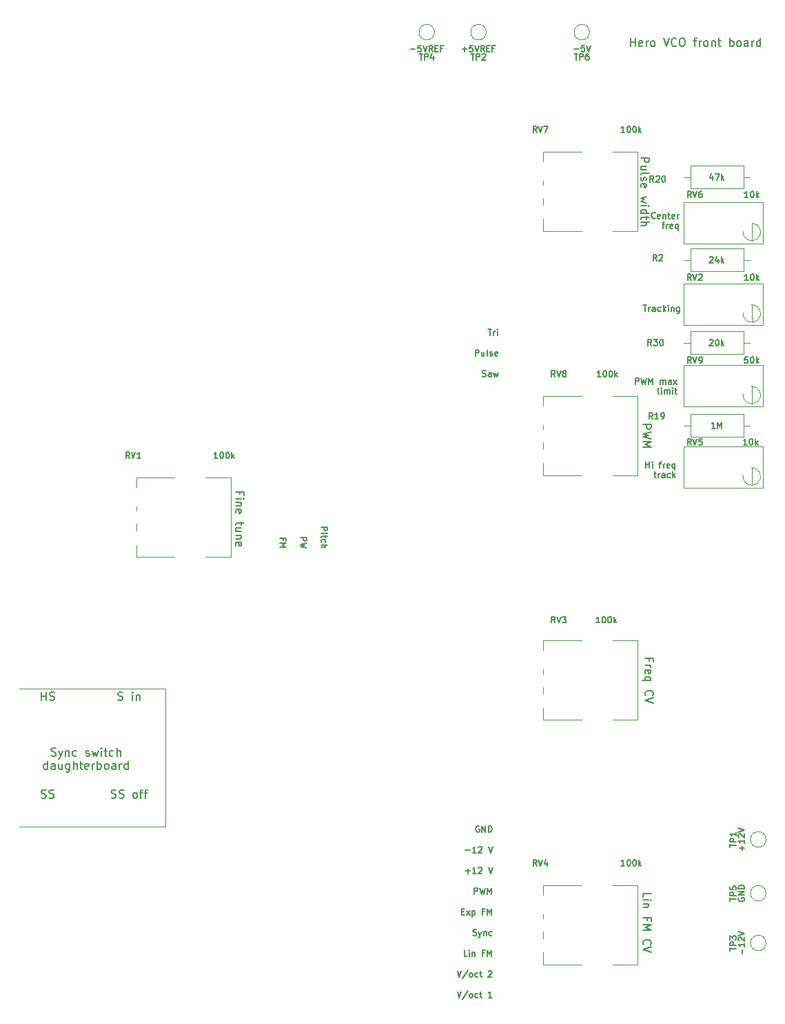
<source format=gto>
G04 #@! TF.GenerationSoftware,KiCad,Pcbnew,6.0.6-3a73a75311~116~ubuntu20.04.1*
G04 #@! TF.CreationDate,2022-06-24T07:06:23-04:00*
G04 #@! TF.ProjectId,herovco_front,6865726f-7663-46f5-9f66-726f6e742e6b,rev?*
G04 #@! TF.SameCoordinates,Original*
G04 #@! TF.FileFunction,Legend,Top*
G04 #@! TF.FilePolarity,Positive*
%FSLAX46Y46*%
G04 Gerber Fmt 4.6, Leading zero omitted, Abs format (unit mm)*
G04 Created by KiCad (PCBNEW 6.0.6-3a73a75311~116~ubuntu20.04.1) date 2022-06-24 07:06:23*
%MOMM*%
%LPD*%
G01*
G04 APERTURE LIST*
%ADD10C,0.120000*%
%ADD11C,0.150000*%
%ADD12C,0.100000*%
G04 APERTURE END LIST*
D10*
X120800000Y-118500000D02*
X102800000Y-118500000D01*
X120800000Y-135500000D02*
X102800000Y-135500000D01*
X120800000Y-118500000D02*
X120800000Y-135500000D01*
D11*
X178530642Y-81149535D02*
X178530642Y-80399535D01*
X178816357Y-80399535D01*
X178887785Y-80435250D01*
X178923500Y-80470964D01*
X178959214Y-80542392D01*
X178959214Y-80649535D01*
X178923500Y-80720964D01*
X178887785Y-80756678D01*
X178816357Y-80792392D01*
X178530642Y-80792392D01*
X179209214Y-80399535D02*
X179387785Y-81149535D01*
X179530642Y-80613821D01*
X179673500Y-81149535D01*
X179852071Y-80399535D01*
X180137785Y-81149535D02*
X180137785Y-80399535D01*
X180387785Y-80935250D01*
X180637785Y-80399535D01*
X180637785Y-81149535D01*
X181566357Y-81149535D02*
X181566357Y-80649535D01*
X181566357Y-80720964D02*
X181602071Y-80685250D01*
X181673500Y-80649535D01*
X181780642Y-80649535D01*
X181852071Y-80685250D01*
X181887785Y-80756678D01*
X181887785Y-81149535D01*
X181887785Y-80756678D02*
X181923500Y-80685250D01*
X181994928Y-80649535D01*
X182102071Y-80649535D01*
X182173500Y-80685250D01*
X182209214Y-80756678D01*
X182209214Y-81149535D01*
X182887785Y-81149535D02*
X182887785Y-80756678D01*
X182852071Y-80685250D01*
X182780642Y-80649535D01*
X182637785Y-80649535D01*
X182566357Y-80685250D01*
X182887785Y-81113821D02*
X182816357Y-81149535D01*
X182637785Y-81149535D01*
X182566357Y-81113821D01*
X182530642Y-81042392D01*
X182530642Y-80970964D01*
X182566357Y-80899535D01*
X182637785Y-80863821D01*
X182816357Y-80863821D01*
X182887785Y-80828107D01*
X183173500Y-81149535D02*
X183566357Y-80649535D01*
X183173500Y-80649535D02*
X183566357Y-81149535D01*
X181423500Y-82357035D02*
X181352071Y-82321321D01*
X181316357Y-82249892D01*
X181316357Y-81607035D01*
X181709214Y-82357035D02*
X181709214Y-81857035D01*
X181709214Y-81607035D02*
X181673500Y-81642750D01*
X181709214Y-81678464D01*
X181744928Y-81642750D01*
X181709214Y-81607035D01*
X181709214Y-81678464D01*
X182066357Y-82357035D02*
X182066357Y-81857035D01*
X182066357Y-81928464D02*
X182102071Y-81892750D01*
X182173500Y-81857035D01*
X182280642Y-81857035D01*
X182352071Y-81892750D01*
X182387785Y-81964178D01*
X182387785Y-82357035D01*
X182387785Y-81964178D02*
X182423500Y-81892750D01*
X182494928Y-81857035D01*
X182602071Y-81857035D01*
X182673500Y-81892750D01*
X182709214Y-81964178D01*
X182709214Y-82357035D01*
X183066357Y-82357035D02*
X183066357Y-81857035D01*
X183066357Y-81607035D02*
X183030642Y-81642750D01*
X183066357Y-81678464D01*
X183102071Y-81642750D01*
X183066357Y-81607035D01*
X183066357Y-81678464D01*
X183316357Y-81857035D02*
X183602071Y-81857035D01*
X183423500Y-81607035D02*
X183423500Y-82249892D01*
X183459214Y-82321321D01*
X183530642Y-82357035D01*
X183602071Y-82357035D01*
X135223571Y-100311071D02*
X135223571Y-100061071D01*
X134830714Y-100061071D02*
X135580714Y-100061071D01*
X135580714Y-100418214D01*
X134830714Y-100703928D02*
X135580714Y-100703928D01*
X135045000Y-100953928D01*
X135580714Y-101203928D01*
X134830714Y-101203928D01*
X114133333Y-131904761D02*
X114276190Y-131952380D01*
X114514285Y-131952380D01*
X114609523Y-131904761D01*
X114657142Y-131857142D01*
X114704761Y-131761904D01*
X114704761Y-131666666D01*
X114657142Y-131571428D01*
X114609523Y-131523809D01*
X114514285Y-131476190D01*
X114323809Y-131428571D01*
X114228571Y-131380952D01*
X114180952Y-131333333D01*
X114133333Y-131238095D01*
X114133333Y-131142857D01*
X114180952Y-131047619D01*
X114228571Y-131000000D01*
X114323809Y-130952380D01*
X114561904Y-130952380D01*
X114704761Y-131000000D01*
X115085714Y-131904761D02*
X115228571Y-131952380D01*
X115466666Y-131952380D01*
X115561904Y-131904761D01*
X115609523Y-131857142D01*
X115657142Y-131761904D01*
X115657142Y-131666666D01*
X115609523Y-131571428D01*
X115561904Y-131523809D01*
X115466666Y-131476190D01*
X115276190Y-131428571D01*
X115180952Y-131380952D01*
X115133333Y-131333333D01*
X115085714Y-131238095D01*
X115085714Y-131142857D01*
X115133333Y-131047619D01*
X115180952Y-131000000D01*
X115276190Y-130952380D01*
X115514285Y-130952380D01*
X115657142Y-131000000D01*
X116990476Y-131952380D02*
X116895238Y-131904761D01*
X116847619Y-131857142D01*
X116800000Y-131761904D01*
X116800000Y-131476190D01*
X116847619Y-131380952D01*
X116895238Y-131333333D01*
X116990476Y-131285714D01*
X117133333Y-131285714D01*
X117228571Y-131333333D01*
X117276190Y-131380952D01*
X117323809Y-131476190D01*
X117323809Y-131761904D01*
X117276190Y-131857142D01*
X117228571Y-131904761D01*
X117133333Y-131952380D01*
X116990476Y-131952380D01*
X117609523Y-131285714D02*
X117990476Y-131285714D01*
X117752380Y-131952380D02*
X117752380Y-131095238D01*
X117800000Y-131000000D01*
X117895238Y-130952380D01*
X117990476Y-130952380D01*
X118180952Y-131285714D02*
X118561904Y-131285714D01*
X118323809Y-131952380D02*
X118323809Y-131095238D01*
X118371428Y-131000000D01*
X118466666Y-130952380D01*
X118561904Y-130952380D01*
X158548214Y-148773571D02*
X158655357Y-148809285D01*
X158833928Y-148809285D01*
X158905357Y-148773571D01*
X158941071Y-148737857D01*
X158976785Y-148666428D01*
X158976785Y-148595000D01*
X158941071Y-148523571D01*
X158905357Y-148487857D01*
X158833928Y-148452142D01*
X158691071Y-148416428D01*
X158619642Y-148380714D01*
X158583928Y-148345000D01*
X158548214Y-148273571D01*
X158548214Y-148202142D01*
X158583928Y-148130714D01*
X158619642Y-148095000D01*
X158691071Y-148059285D01*
X158869642Y-148059285D01*
X158976785Y-148095000D01*
X159226785Y-148309285D02*
X159405357Y-148809285D01*
X159583928Y-148309285D02*
X159405357Y-148809285D01*
X159333928Y-148987857D01*
X159298214Y-149023571D01*
X159226785Y-149059285D01*
X159869642Y-148309285D02*
X159869642Y-148809285D01*
X159869642Y-148380714D02*
X159905357Y-148345000D01*
X159976785Y-148309285D01*
X160083928Y-148309285D01*
X160155357Y-148345000D01*
X160191071Y-148416428D01*
X160191071Y-148809285D01*
X160869642Y-148773571D02*
X160798214Y-148809285D01*
X160655357Y-148809285D01*
X160583928Y-148773571D01*
X160548214Y-148737857D01*
X160512500Y-148666428D01*
X160512500Y-148452142D01*
X160548214Y-148380714D01*
X160583928Y-148345000D01*
X160655357Y-148309285D01*
X160798214Y-148309285D01*
X160869642Y-148345000D01*
X180927500Y-60758107D02*
X180891785Y-60793821D01*
X180784642Y-60829535D01*
X180713214Y-60829535D01*
X180606071Y-60793821D01*
X180534642Y-60722392D01*
X180498928Y-60650964D01*
X180463214Y-60508107D01*
X180463214Y-60400964D01*
X180498928Y-60258107D01*
X180534642Y-60186678D01*
X180606071Y-60115250D01*
X180713214Y-60079535D01*
X180784642Y-60079535D01*
X180891785Y-60115250D01*
X180927500Y-60150964D01*
X181534642Y-60793821D02*
X181463214Y-60829535D01*
X181320357Y-60829535D01*
X181248928Y-60793821D01*
X181213214Y-60722392D01*
X181213214Y-60436678D01*
X181248928Y-60365250D01*
X181320357Y-60329535D01*
X181463214Y-60329535D01*
X181534642Y-60365250D01*
X181570357Y-60436678D01*
X181570357Y-60508107D01*
X181213214Y-60579535D01*
X181891785Y-60329535D02*
X181891785Y-60829535D01*
X181891785Y-60400964D02*
X181927500Y-60365250D01*
X181998928Y-60329535D01*
X182106071Y-60329535D01*
X182177500Y-60365250D01*
X182213214Y-60436678D01*
X182213214Y-60829535D01*
X182463214Y-60329535D02*
X182748928Y-60329535D01*
X182570357Y-60079535D02*
X182570357Y-60722392D01*
X182606071Y-60793821D01*
X182677500Y-60829535D01*
X182748928Y-60829535D01*
X183284642Y-60793821D02*
X183213214Y-60829535D01*
X183070357Y-60829535D01*
X182998928Y-60793821D01*
X182963214Y-60722392D01*
X182963214Y-60436678D01*
X182998928Y-60365250D01*
X183070357Y-60329535D01*
X183213214Y-60329535D01*
X183284642Y-60365250D01*
X183320357Y-60436678D01*
X183320357Y-60508107D01*
X182963214Y-60579535D01*
X183641785Y-60829535D02*
X183641785Y-60329535D01*
X183641785Y-60472392D02*
X183677500Y-60400964D01*
X183713214Y-60365250D01*
X183784642Y-60329535D01*
X183856071Y-60329535D01*
X181784642Y-61537035D02*
X182070357Y-61537035D01*
X181891785Y-62037035D02*
X181891785Y-61394178D01*
X181927500Y-61322750D01*
X181998928Y-61287035D01*
X182070357Y-61287035D01*
X182320357Y-62037035D02*
X182320357Y-61537035D01*
X182320357Y-61679892D02*
X182356071Y-61608464D01*
X182391785Y-61572750D01*
X182463214Y-61537035D01*
X182534642Y-61537035D01*
X183070357Y-62001321D02*
X182998928Y-62037035D01*
X182856071Y-62037035D01*
X182784642Y-62001321D01*
X182748928Y-61929892D01*
X182748928Y-61644178D01*
X182784642Y-61572750D01*
X182856071Y-61537035D01*
X182998928Y-61537035D01*
X183070357Y-61572750D01*
X183106071Y-61644178D01*
X183106071Y-61715607D01*
X182748928Y-61787035D01*
X183748928Y-61537035D02*
X183748928Y-62287035D01*
X183748928Y-62001321D02*
X183677500Y-62037035D01*
X183534642Y-62037035D01*
X183463214Y-62001321D01*
X183427500Y-61965607D01*
X183391785Y-61894178D01*
X183391785Y-61679892D01*
X183427500Y-61608464D01*
X183463214Y-61572750D01*
X183534642Y-61537035D01*
X183677500Y-61537035D01*
X183748928Y-61572750D01*
X179421619Y-144128571D02*
X179421619Y-143652380D01*
X180421619Y-143652380D01*
X179421619Y-144461904D02*
X180088285Y-144461904D01*
X180421619Y-144461904D02*
X180374000Y-144414285D01*
X180326380Y-144461904D01*
X180374000Y-144509523D01*
X180421619Y-144461904D01*
X180326380Y-144461904D01*
X180088285Y-144938095D02*
X179421619Y-144938095D01*
X179993047Y-144938095D02*
X180040666Y-144985714D01*
X180088285Y-145080952D01*
X180088285Y-145223809D01*
X180040666Y-145319047D01*
X179945428Y-145366666D01*
X179421619Y-145366666D01*
X179945428Y-146938095D02*
X179945428Y-146604761D01*
X179421619Y-146604761D02*
X180421619Y-146604761D01*
X180421619Y-147080952D01*
X179421619Y-147461904D02*
X180421619Y-147461904D01*
X179707333Y-147795238D01*
X180421619Y-148128571D01*
X179421619Y-148128571D01*
X179516857Y-149938095D02*
X179469238Y-149890476D01*
X179421619Y-149747619D01*
X179421619Y-149652380D01*
X179469238Y-149509523D01*
X179564476Y-149414285D01*
X179659714Y-149366666D01*
X179850190Y-149319047D01*
X179993047Y-149319047D01*
X180183523Y-149366666D01*
X180278761Y-149414285D01*
X180374000Y-149509523D01*
X180421619Y-149652380D01*
X180421619Y-149747619D01*
X180374000Y-149890476D01*
X180326380Y-149938095D01*
X180421619Y-150223809D02*
X179421619Y-150557142D01*
X180421619Y-150890476D01*
X156619642Y-155679285D02*
X156869642Y-156429285D01*
X157119642Y-155679285D01*
X157905357Y-155643571D02*
X157262500Y-156607857D01*
X158262500Y-156429285D02*
X158191071Y-156393571D01*
X158155357Y-156357857D01*
X158119642Y-156286428D01*
X158119642Y-156072142D01*
X158155357Y-156000714D01*
X158191071Y-155965000D01*
X158262500Y-155929285D01*
X158369642Y-155929285D01*
X158441071Y-155965000D01*
X158476785Y-156000714D01*
X158512500Y-156072142D01*
X158512500Y-156286428D01*
X158476785Y-156357857D01*
X158441071Y-156393571D01*
X158369642Y-156429285D01*
X158262500Y-156429285D01*
X159155357Y-156393571D02*
X159083928Y-156429285D01*
X158941071Y-156429285D01*
X158869642Y-156393571D01*
X158833928Y-156357857D01*
X158798214Y-156286428D01*
X158798214Y-156072142D01*
X158833928Y-156000714D01*
X158869642Y-155965000D01*
X158941071Y-155929285D01*
X159083928Y-155929285D01*
X159155357Y-155965000D01*
X159369642Y-155929285D02*
X159655357Y-155929285D01*
X159476785Y-155679285D02*
X159476785Y-156322142D01*
X159512500Y-156393571D01*
X159583928Y-156429285D01*
X159655357Y-156429285D01*
X160869642Y-156429285D02*
X160441071Y-156429285D01*
X160655357Y-156429285D02*
X160655357Y-155679285D01*
X160583928Y-155786428D01*
X160512500Y-155857857D01*
X160441071Y-155893571D01*
X159298214Y-135395000D02*
X159226785Y-135359285D01*
X159119642Y-135359285D01*
X159012500Y-135395000D01*
X158941071Y-135466428D01*
X158905357Y-135537857D01*
X158869642Y-135680714D01*
X158869642Y-135787857D01*
X158905357Y-135930714D01*
X158941071Y-136002142D01*
X159012500Y-136073571D01*
X159119642Y-136109285D01*
X159191071Y-136109285D01*
X159298214Y-136073571D01*
X159333928Y-136037857D01*
X159333928Y-135787857D01*
X159191071Y-135787857D01*
X159655357Y-136109285D02*
X159655357Y-135359285D01*
X160083928Y-136109285D01*
X160083928Y-135359285D01*
X160441071Y-136109285D02*
X160441071Y-135359285D01*
X160619642Y-135359285D01*
X160726785Y-135395000D01*
X160798214Y-135466428D01*
X160833928Y-135537857D01*
X160869642Y-135680714D01*
X160869642Y-135787857D01*
X160833928Y-135930714D01*
X160798214Y-136002142D01*
X160726785Y-136073571D01*
X160619642Y-136109285D01*
X160441071Y-136109285D01*
X105538095Y-119952380D02*
X105538095Y-118952380D01*
X105538095Y-119428571D02*
X106109523Y-119428571D01*
X106109523Y-119952380D02*
X106109523Y-118952380D01*
X106538095Y-119904761D02*
X106680952Y-119952380D01*
X106919047Y-119952380D01*
X107014285Y-119904761D01*
X107061904Y-119857142D01*
X107109523Y-119761904D01*
X107109523Y-119666666D01*
X107061904Y-119571428D01*
X107014285Y-119523809D01*
X106919047Y-119476190D01*
X106728571Y-119428571D01*
X106633333Y-119380952D01*
X106585714Y-119333333D01*
X106538095Y-119238095D01*
X106538095Y-119142857D01*
X106585714Y-119047619D01*
X106633333Y-119000000D01*
X106728571Y-118952380D01*
X106966666Y-118952380D01*
X107109523Y-119000000D01*
X129907428Y-94693809D02*
X129907428Y-94360476D01*
X129383619Y-94360476D02*
X130383619Y-94360476D01*
X130383619Y-94836666D01*
X129383619Y-95217619D02*
X130050285Y-95217619D01*
X130383619Y-95217619D02*
X130336000Y-95170000D01*
X130288380Y-95217619D01*
X130336000Y-95265238D01*
X130383619Y-95217619D01*
X130288380Y-95217619D01*
X130050285Y-95693809D02*
X129383619Y-95693809D01*
X129955047Y-95693809D02*
X130002666Y-95741428D01*
X130050285Y-95836666D01*
X130050285Y-95979523D01*
X130002666Y-96074761D01*
X129907428Y-96122380D01*
X129383619Y-96122380D01*
X129431238Y-96979523D02*
X129383619Y-96884285D01*
X129383619Y-96693809D01*
X129431238Y-96598571D01*
X129526476Y-96550952D01*
X129907428Y-96550952D01*
X130002666Y-96598571D01*
X130050285Y-96693809D01*
X130050285Y-96884285D01*
X130002666Y-96979523D01*
X129907428Y-97027142D01*
X129812190Y-97027142D01*
X129716952Y-96550952D01*
X130050285Y-98074761D02*
X130050285Y-98455714D01*
X130383619Y-98217619D02*
X129526476Y-98217619D01*
X129431238Y-98265238D01*
X129383619Y-98360476D01*
X129383619Y-98455714D01*
X130050285Y-99217619D02*
X129383619Y-99217619D01*
X130050285Y-98789047D02*
X129526476Y-98789047D01*
X129431238Y-98836666D01*
X129383619Y-98931904D01*
X129383619Y-99074761D01*
X129431238Y-99170000D01*
X129478857Y-99217619D01*
X130050285Y-99693809D02*
X129383619Y-99693809D01*
X129955047Y-99693809D02*
X130002666Y-99741428D01*
X130050285Y-99836666D01*
X130050285Y-99979523D01*
X130002666Y-100074761D01*
X129907428Y-100122380D01*
X129383619Y-100122380D01*
X129431238Y-100979523D02*
X129383619Y-100884285D01*
X129383619Y-100693809D01*
X129431238Y-100598571D01*
X129526476Y-100550952D01*
X129907428Y-100550952D01*
X130002666Y-100598571D01*
X130050285Y-100693809D01*
X130050285Y-100884285D01*
X130002666Y-100979523D01*
X129907428Y-101027142D01*
X129812190Y-101027142D01*
X129716952Y-100550952D01*
X137370714Y-99953928D02*
X138120714Y-99953928D01*
X138120714Y-100239642D01*
X138085000Y-100311071D01*
X138049285Y-100346785D01*
X137977857Y-100382500D01*
X137870714Y-100382500D01*
X137799285Y-100346785D01*
X137763571Y-100311071D01*
X137727857Y-100239642D01*
X137727857Y-99953928D01*
X138120714Y-100632500D02*
X137370714Y-100811071D01*
X137906428Y-100953928D01*
X137370714Y-101096785D01*
X138120714Y-101275357D01*
X159706785Y-80193571D02*
X159813928Y-80229285D01*
X159992500Y-80229285D01*
X160063928Y-80193571D01*
X160099642Y-80157857D01*
X160135357Y-80086428D01*
X160135357Y-80015000D01*
X160099642Y-79943571D01*
X160063928Y-79907857D01*
X159992500Y-79872142D01*
X159849642Y-79836428D01*
X159778214Y-79800714D01*
X159742500Y-79765000D01*
X159706785Y-79693571D01*
X159706785Y-79622142D01*
X159742500Y-79550714D01*
X159778214Y-79515000D01*
X159849642Y-79479285D01*
X160028214Y-79479285D01*
X160135357Y-79515000D01*
X160778214Y-80229285D02*
X160778214Y-79836428D01*
X160742500Y-79765000D01*
X160671071Y-79729285D01*
X160528214Y-79729285D01*
X160456785Y-79765000D01*
X160778214Y-80193571D02*
X160706785Y-80229285D01*
X160528214Y-80229285D01*
X160456785Y-80193571D01*
X160421071Y-80122142D01*
X160421071Y-80050714D01*
X160456785Y-79979285D01*
X160528214Y-79943571D01*
X160706785Y-79943571D01*
X160778214Y-79907857D01*
X161063928Y-79729285D02*
X161206785Y-80229285D01*
X161349642Y-79872142D01*
X161492500Y-80229285D01*
X161635357Y-79729285D01*
X105538095Y-131904761D02*
X105680952Y-131952380D01*
X105919047Y-131952380D01*
X106014285Y-131904761D01*
X106061904Y-131857142D01*
X106109523Y-131761904D01*
X106109523Y-131666666D01*
X106061904Y-131571428D01*
X106014285Y-131523809D01*
X105919047Y-131476190D01*
X105728571Y-131428571D01*
X105633333Y-131380952D01*
X105585714Y-131333333D01*
X105538095Y-131238095D01*
X105538095Y-131142857D01*
X105585714Y-131047619D01*
X105633333Y-131000000D01*
X105728571Y-130952380D01*
X105966666Y-130952380D01*
X106109523Y-131000000D01*
X106490476Y-131904761D02*
X106633333Y-131952380D01*
X106871428Y-131952380D01*
X106966666Y-131904761D01*
X107014285Y-131857142D01*
X107061904Y-131761904D01*
X107061904Y-131666666D01*
X107014285Y-131571428D01*
X106966666Y-131523809D01*
X106871428Y-131476190D01*
X106680952Y-131428571D01*
X106585714Y-131380952D01*
X106538095Y-131333333D01*
X106490476Y-131238095D01*
X106490476Y-131142857D01*
X106538095Y-131047619D01*
X106585714Y-131000000D01*
X106680952Y-130952380D01*
X106919047Y-130952380D01*
X107061904Y-131000000D01*
X157619642Y-138363571D02*
X158191071Y-138363571D01*
X158941071Y-138649285D02*
X158512500Y-138649285D01*
X158726785Y-138649285D02*
X158726785Y-137899285D01*
X158655357Y-138006428D01*
X158583928Y-138077857D01*
X158512500Y-138113571D01*
X159226785Y-137970714D02*
X159262500Y-137935000D01*
X159333928Y-137899285D01*
X159512500Y-137899285D01*
X159583928Y-137935000D01*
X159619642Y-137970714D01*
X159655357Y-138042142D01*
X159655357Y-138113571D01*
X159619642Y-138220714D01*
X159191071Y-138649285D01*
X159655357Y-138649285D01*
X160441071Y-137899285D02*
X160691071Y-138649285D01*
X160941071Y-137899285D01*
X156619642Y-153139285D02*
X156869642Y-153889285D01*
X157119642Y-153139285D01*
X157905357Y-153103571D02*
X157262500Y-154067857D01*
X158262500Y-153889285D02*
X158191071Y-153853571D01*
X158155357Y-153817857D01*
X158119642Y-153746428D01*
X158119642Y-153532142D01*
X158155357Y-153460714D01*
X158191071Y-153425000D01*
X158262500Y-153389285D01*
X158369642Y-153389285D01*
X158441071Y-153425000D01*
X158476785Y-153460714D01*
X158512500Y-153532142D01*
X158512500Y-153746428D01*
X158476785Y-153817857D01*
X158441071Y-153853571D01*
X158369642Y-153889285D01*
X158262500Y-153889285D01*
X159155357Y-153853571D02*
X159083928Y-153889285D01*
X158941071Y-153889285D01*
X158869642Y-153853571D01*
X158833928Y-153817857D01*
X158798214Y-153746428D01*
X158798214Y-153532142D01*
X158833928Y-153460714D01*
X158869642Y-153425000D01*
X158941071Y-153389285D01*
X159083928Y-153389285D01*
X159155357Y-153425000D01*
X159369642Y-153389285D02*
X159655357Y-153389285D01*
X159476785Y-153139285D02*
X159476785Y-153782142D01*
X159512500Y-153853571D01*
X159583928Y-153889285D01*
X159655357Y-153889285D01*
X160441071Y-153210714D02*
X160476785Y-153175000D01*
X160548214Y-153139285D01*
X160726785Y-153139285D01*
X160798214Y-153175000D01*
X160833928Y-153210714D01*
X160869642Y-153282142D01*
X160869642Y-153353571D01*
X160833928Y-153460714D01*
X160405357Y-153889285D01*
X160869642Y-153889285D01*
X157833928Y-151349285D02*
X157476785Y-151349285D01*
X157476785Y-150599285D01*
X158083928Y-151349285D02*
X158083928Y-150849285D01*
X158083928Y-150599285D02*
X158048214Y-150635000D01*
X158083928Y-150670714D01*
X158119642Y-150635000D01*
X158083928Y-150599285D01*
X158083928Y-150670714D01*
X158441071Y-150849285D02*
X158441071Y-151349285D01*
X158441071Y-150920714D02*
X158476785Y-150885000D01*
X158548214Y-150849285D01*
X158655357Y-150849285D01*
X158726785Y-150885000D01*
X158762500Y-150956428D01*
X158762500Y-151349285D01*
X159941071Y-150956428D02*
X159691071Y-150956428D01*
X159691071Y-151349285D02*
X159691071Y-150599285D01*
X160048214Y-150599285D01*
X160333928Y-151349285D02*
X160333928Y-150599285D01*
X160583928Y-151135000D01*
X160833928Y-150599285D01*
X160833928Y-151349285D01*
X114942857Y-119904761D02*
X115085714Y-119952380D01*
X115323809Y-119952380D01*
X115419047Y-119904761D01*
X115466666Y-119857142D01*
X115514285Y-119761904D01*
X115514285Y-119666666D01*
X115466666Y-119571428D01*
X115419047Y-119523809D01*
X115323809Y-119476190D01*
X115133333Y-119428571D01*
X115038095Y-119380952D01*
X114990476Y-119333333D01*
X114942857Y-119238095D01*
X114942857Y-119142857D01*
X114990476Y-119047619D01*
X115038095Y-119000000D01*
X115133333Y-118952380D01*
X115371428Y-118952380D01*
X115514285Y-119000000D01*
X116704761Y-119952380D02*
X116704761Y-119285714D01*
X116704761Y-118952380D02*
X116657142Y-119000000D01*
X116704761Y-119047619D01*
X116752380Y-119000000D01*
X116704761Y-118952380D01*
X116704761Y-119047619D01*
X117180952Y-119285714D02*
X117180952Y-119952380D01*
X117180952Y-119380952D02*
X117228571Y-119333333D01*
X117323809Y-119285714D01*
X117466666Y-119285714D01*
X117561904Y-119333333D01*
X117609523Y-119428571D01*
X117609523Y-119952380D01*
X157619642Y-140903571D02*
X158191071Y-140903571D01*
X157905357Y-141189285D02*
X157905357Y-140617857D01*
X158941071Y-141189285D02*
X158512500Y-141189285D01*
X158726785Y-141189285D02*
X158726785Y-140439285D01*
X158655357Y-140546428D01*
X158583928Y-140617857D01*
X158512500Y-140653571D01*
X159226785Y-140510714D02*
X159262500Y-140475000D01*
X159333928Y-140439285D01*
X159512500Y-140439285D01*
X159583928Y-140475000D01*
X159619642Y-140510714D01*
X159655357Y-140582142D01*
X159655357Y-140653571D01*
X159619642Y-140760714D01*
X159191071Y-141189285D01*
X159655357Y-141189285D01*
X160441071Y-140439285D02*
X160691071Y-141189285D01*
X160941071Y-140439285D01*
X179796500Y-91436535D02*
X179796500Y-90686535D01*
X179796500Y-91043678D02*
X180225071Y-91043678D01*
X180225071Y-91436535D02*
X180225071Y-90686535D01*
X180582214Y-91436535D02*
X180582214Y-90936535D01*
X180582214Y-90686535D02*
X180546500Y-90722250D01*
X180582214Y-90757964D01*
X180617928Y-90722250D01*
X180582214Y-90686535D01*
X180582214Y-90757964D01*
X181403642Y-90936535D02*
X181689357Y-90936535D01*
X181510785Y-91436535D02*
X181510785Y-90793678D01*
X181546500Y-90722250D01*
X181617928Y-90686535D01*
X181689357Y-90686535D01*
X181939357Y-91436535D02*
X181939357Y-90936535D01*
X181939357Y-91079392D02*
X181975071Y-91007964D01*
X182010785Y-90972250D01*
X182082214Y-90936535D01*
X182153642Y-90936535D01*
X182689357Y-91400821D02*
X182617928Y-91436535D01*
X182475071Y-91436535D01*
X182403642Y-91400821D01*
X182367928Y-91329392D01*
X182367928Y-91043678D01*
X182403642Y-90972250D01*
X182475071Y-90936535D01*
X182617928Y-90936535D01*
X182689357Y-90972250D01*
X182725071Y-91043678D01*
X182725071Y-91115107D01*
X182367928Y-91186535D01*
X183367928Y-90936535D02*
X183367928Y-91686535D01*
X183367928Y-91400821D02*
X183296500Y-91436535D01*
X183153642Y-91436535D01*
X183082214Y-91400821D01*
X183046500Y-91365107D01*
X183010785Y-91293678D01*
X183010785Y-91079392D01*
X183046500Y-91007964D01*
X183082214Y-90972250D01*
X183153642Y-90936535D01*
X183296500Y-90936535D01*
X183367928Y-90972250D01*
X180796500Y-92144035D02*
X181082214Y-92144035D01*
X180903642Y-91894035D02*
X180903642Y-92536892D01*
X180939357Y-92608321D01*
X181010785Y-92644035D01*
X181082214Y-92644035D01*
X181332214Y-92644035D02*
X181332214Y-92144035D01*
X181332214Y-92286892D02*
X181367928Y-92215464D01*
X181403642Y-92179750D01*
X181475071Y-92144035D01*
X181546500Y-92144035D01*
X182117928Y-92644035D02*
X182117928Y-92251178D01*
X182082214Y-92179750D01*
X182010785Y-92144035D01*
X181867928Y-92144035D01*
X181796500Y-92179750D01*
X182117928Y-92608321D02*
X182046500Y-92644035D01*
X181867928Y-92644035D01*
X181796500Y-92608321D01*
X181760785Y-92536892D01*
X181760785Y-92465464D01*
X181796500Y-92394035D01*
X181867928Y-92358321D01*
X182046500Y-92358321D01*
X182117928Y-92322607D01*
X182796500Y-92608321D02*
X182725071Y-92644035D01*
X182582214Y-92644035D01*
X182510785Y-92608321D01*
X182475071Y-92572607D01*
X182439357Y-92501178D01*
X182439357Y-92286892D01*
X182475071Y-92215464D01*
X182510785Y-92179750D01*
X182582214Y-92144035D01*
X182725071Y-92144035D01*
X182796500Y-92179750D01*
X183117928Y-92644035D02*
X183117928Y-91894035D01*
X183189357Y-92358321D02*
X183403642Y-92644035D01*
X183403642Y-92144035D02*
X183117928Y-92429750D01*
X139910714Y-98703928D02*
X140660714Y-98703928D01*
X140660714Y-98989642D01*
X140625000Y-99061071D01*
X140589285Y-99096785D01*
X140517857Y-99132500D01*
X140410714Y-99132500D01*
X140339285Y-99096785D01*
X140303571Y-99061071D01*
X140267857Y-98989642D01*
X140267857Y-98703928D01*
X139910714Y-99453928D02*
X140410714Y-99453928D01*
X140660714Y-99453928D02*
X140625000Y-99418214D01*
X140589285Y-99453928D01*
X140625000Y-99489642D01*
X140660714Y-99453928D01*
X140589285Y-99453928D01*
X140410714Y-99703928D02*
X140410714Y-99989642D01*
X140660714Y-99811071D02*
X140017857Y-99811071D01*
X139946428Y-99846785D01*
X139910714Y-99918214D01*
X139910714Y-99989642D01*
X139946428Y-100561071D02*
X139910714Y-100489642D01*
X139910714Y-100346785D01*
X139946428Y-100275357D01*
X139982142Y-100239642D01*
X140053571Y-100203928D01*
X140267857Y-100203928D01*
X140339285Y-100239642D01*
X140375000Y-100275357D01*
X140410714Y-100346785D01*
X140410714Y-100489642D01*
X140375000Y-100561071D01*
X139910714Y-100882500D02*
X140660714Y-100882500D01*
X139910714Y-101203928D02*
X140303571Y-101203928D01*
X140375000Y-101168214D01*
X140410714Y-101096785D01*
X140410714Y-100989642D01*
X140375000Y-100918214D01*
X140339285Y-100882500D01*
X157155357Y-145876428D02*
X157405357Y-145876428D01*
X157512500Y-146269285D02*
X157155357Y-146269285D01*
X157155357Y-145519285D01*
X157512500Y-145519285D01*
X157762500Y-146269285D02*
X158155357Y-145769285D01*
X157762500Y-145769285D02*
X158155357Y-146269285D01*
X158441071Y-145769285D02*
X158441071Y-146519285D01*
X158441071Y-145805000D02*
X158512500Y-145769285D01*
X158655357Y-145769285D01*
X158726785Y-145805000D01*
X158762500Y-145840714D01*
X158798214Y-145912142D01*
X158798214Y-146126428D01*
X158762500Y-146197857D01*
X158726785Y-146233571D01*
X158655357Y-146269285D01*
X158512500Y-146269285D01*
X158441071Y-146233571D01*
X159941071Y-145876428D02*
X159691071Y-145876428D01*
X159691071Y-146269285D02*
X159691071Y-145519285D01*
X160048214Y-145519285D01*
X160333928Y-146269285D02*
X160333928Y-145519285D01*
X160583928Y-146055000D01*
X160833928Y-145519285D01*
X160833928Y-146269285D01*
X179471142Y-71478285D02*
X179899714Y-71478285D01*
X179685428Y-72228285D02*
X179685428Y-71478285D01*
X180149714Y-72228285D02*
X180149714Y-71728285D01*
X180149714Y-71871142D02*
X180185428Y-71799714D01*
X180221142Y-71764000D01*
X180292571Y-71728285D01*
X180364000Y-71728285D01*
X180935428Y-72228285D02*
X180935428Y-71835428D01*
X180899714Y-71764000D01*
X180828285Y-71728285D01*
X180685428Y-71728285D01*
X180614000Y-71764000D01*
X180935428Y-72192571D02*
X180864000Y-72228285D01*
X180685428Y-72228285D01*
X180614000Y-72192571D01*
X180578285Y-72121142D01*
X180578285Y-72049714D01*
X180614000Y-71978285D01*
X180685428Y-71942571D01*
X180864000Y-71942571D01*
X180935428Y-71906857D01*
X181614000Y-72192571D02*
X181542571Y-72228285D01*
X181399714Y-72228285D01*
X181328285Y-72192571D01*
X181292571Y-72156857D01*
X181256857Y-72085428D01*
X181256857Y-71871142D01*
X181292571Y-71799714D01*
X181328285Y-71764000D01*
X181399714Y-71728285D01*
X181542571Y-71728285D01*
X181614000Y-71764000D01*
X181935428Y-72228285D02*
X181935428Y-71478285D01*
X182006857Y-71942571D02*
X182221142Y-72228285D01*
X182221142Y-71728285D02*
X181935428Y-72014000D01*
X182542571Y-72228285D02*
X182542571Y-71728285D01*
X182542571Y-71478285D02*
X182506857Y-71514000D01*
X182542571Y-71549714D01*
X182578285Y-71514000D01*
X182542571Y-71478285D01*
X182542571Y-71549714D01*
X182899714Y-71728285D02*
X182899714Y-72228285D01*
X182899714Y-71799714D02*
X182935428Y-71764000D01*
X183006857Y-71728285D01*
X183114000Y-71728285D01*
X183185428Y-71764000D01*
X183221142Y-71835428D01*
X183221142Y-72228285D01*
X183899714Y-71728285D02*
X183899714Y-72335428D01*
X183864000Y-72406857D01*
X183828285Y-72442571D01*
X183756857Y-72478285D01*
X183649714Y-72478285D01*
X183578285Y-72442571D01*
X183899714Y-72192571D02*
X183828285Y-72228285D01*
X183685428Y-72228285D01*
X183614000Y-72192571D01*
X183578285Y-72156857D01*
X183542571Y-72085428D01*
X183542571Y-71871142D01*
X183578285Y-71799714D01*
X183614000Y-71764000D01*
X183685428Y-71728285D01*
X183828285Y-71728285D01*
X183899714Y-71764000D01*
X179167619Y-53395142D02*
X180167619Y-53395142D01*
X180167619Y-53776095D01*
X180120000Y-53871333D01*
X180072380Y-53918952D01*
X179977142Y-53966571D01*
X179834285Y-53966571D01*
X179739047Y-53918952D01*
X179691428Y-53871333D01*
X179643809Y-53776095D01*
X179643809Y-53395142D01*
X179834285Y-54823714D02*
X179167619Y-54823714D01*
X179834285Y-54395142D02*
X179310476Y-54395142D01*
X179215238Y-54442761D01*
X179167619Y-54538000D01*
X179167619Y-54680857D01*
X179215238Y-54776095D01*
X179262857Y-54823714D01*
X179167619Y-55442761D02*
X179215238Y-55347523D01*
X179310476Y-55299904D01*
X180167619Y-55299904D01*
X179215238Y-55776095D02*
X179167619Y-55871333D01*
X179167619Y-56061809D01*
X179215238Y-56157047D01*
X179310476Y-56204666D01*
X179358095Y-56204666D01*
X179453333Y-56157047D01*
X179500952Y-56061809D01*
X179500952Y-55918952D01*
X179548571Y-55823714D01*
X179643809Y-55776095D01*
X179691428Y-55776095D01*
X179786666Y-55823714D01*
X179834285Y-55918952D01*
X179834285Y-56061809D01*
X179786666Y-56157047D01*
X179215238Y-57014190D02*
X179167619Y-56918952D01*
X179167619Y-56728476D01*
X179215238Y-56633238D01*
X179310476Y-56585619D01*
X179691428Y-56585619D01*
X179786666Y-56633238D01*
X179834285Y-56728476D01*
X179834285Y-56918952D01*
X179786666Y-57014190D01*
X179691428Y-57061809D01*
X179596190Y-57061809D01*
X179500952Y-56585619D01*
X179834285Y-58157047D02*
X179167619Y-58347523D01*
X179643809Y-58538000D01*
X179167619Y-58728476D01*
X179834285Y-58918952D01*
X179167619Y-59299904D02*
X179834285Y-59299904D01*
X180167619Y-59299904D02*
X180120000Y-59252285D01*
X180072380Y-59299904D01*
X180120000Y-59347523D01*
X180167619Y-59299904D01*
X180072380Y-59299904D01*
X179167619Y-60204666D02*
X180167619Y-60204666D01*
X179215238Y-60204666D02*
X179167619Y-60109428D01*
X179167619Y-59918952D01*
X179215238Y-59823714D01*
X179262857Y-59776095D01*
X179358095Y-59728476D01*
X179643809Y-59728476D01*
X179739047Y-59776095D01*
X179786666Y-59823714D01*
X179834285Y-59918952D01*
X179834285Y-60109428D01*
X179786666Y-60204666D01*
X179834285Y-60538000D02*
X179834285Y-60918952D01*
X180167619Y-60680857D02*
X179310476Y-60680857D01*
X179215238Y-60728476D01*
X179167619Y-60823714D01*
X179167619Y-60918952D01*
X179167619Y-61252285D02*
X180167619Y-61252285D01*
X179167619Y-61680857D02*
X179691428Y-61680857D01*
X179786666Y-61633238D01*
X179834285Y-61538000D01*
X179834285Y-61395142D01*
X179786666Y-61299904D01*
X179739047Y-61252285D01*
X180199428Y-115124857D02*
X180199428Y-114791523D01*
X179675619Y-114791523D02*
X180675619Y-114791523D01*
X180675619Y-115267714D01*
X179675619Y-115648666D02*
X180342285Y-115648666D01*
X180151809Y-115648666D02*
X180247047Y-115696285D01*
X180294666Y-115743904D01*
X180342285Y-115839142D01*
X180342285Y-115934380D01*
X179723238Y-116648666D02*
X179675619Y-116553428D01*
X179675619Y-116362952D01*
X179723238Y-116267714D01*
X179818476Y-116220095D01*
X180199428Y-116220095D01*
X180294666Y-116267714D01*
X180342285Y-116362952D01*
X180342285Y-116553428D01*
X180294666Y-116648666D01*
X180199428Y-116696285D01*
X180104190Y-116696285D01*
X180008952Y-116220095D01*
X180342285Y-117553428D02*
X179342285Y-117553428D01*
X179723238Y-117553428D02*
X179675619Y-117458190D01*
X179675619Y-117267714D01*
X179723238Y-117172476D01*
X179770857Y-117124857D01*
X179866095Y-117077238D01*
X180151809Y-117077238D01*
X180247047Y-117124857D01*
X180294666Y-117172476D01*
X180342285Y-117267714D01*
X180342285Y-117458190D01*
X180294666Y-117553428D01*
X179770857Y-119362952D02*
X179723238Y-119315333D01*
X179675619Y-119172476D01*
X179675619Y-119077238D01*
X179723238Y-118934380D01*
X179818476Y-118839142D01*
X179913714Y-118791523D01*
X180104190Y-118743904D01*
X180247047Y-118743904D01*
X180437523Y-118791523D01*
X180532761Y-118839142D01*
X180628000Y-118934380D01*
X180675619Y-119077238D01*
X180675619Y-119172476D01*
X180628000Y-119315333D01*
X180580380Y-119362952D01*
X180675619Y-119648666D02*
X179675619Y-119982000D01*
X180675619Y-120315333D01*
X177913809Y-39712380D02*
X177913809Y-38712380D01*
X177913809Y-39188571D02*
X178485238Y-39188571D01*
X178485238Y-39712380D02*
X178485238Y-38712380D01*
X179342380Y-39664761D02*
X179247142Y-39712380D01*
X179056666Y-39712380D01*
X178961428Y-39664761D01*
X178913809Y-39569523D01*
X178913809Y-39188571D01*
X178961428Y-39093333D01*
X179056666Y-39045714D01*
X179247142Y-39045714D01*
X179342380Y-39093333D01*
X179390000Y-39188571D01*
X179390000Y-39283809D01*
X178913809Y-39379047D01*
X179818571Y-39712380D02*
X179818571Y-39045714D01*
X179818571Y-39236190D02*
X179866190Y-39140952D01*
X179913809Y-39093333D01*
X180009047Y-39045714D01*
X180104285Y-39045714D01*
X180580476Y-39712380D02*
X180485238Y-39664761D01*
X180437619Y-39617142D01*
X180390000Y-39521904D01*
X180390000Y-39236190D01*
X180437619Y-39140952D01*
X180485238Y-39093333D01*
X180580476Y-39045714D01*
X180723333Y-39045714D01*
X180818571Y-39093333D01*
X180866190Y-39140952D01*
X180913809Y-39236190D01*
X180913809Y-39521904D01*
X180866190Y-39617142D01*
X180818571Y-39664761D01*
X180723333Y-39712380D01*
X180580476Y-39712380D01*
X181961428Y-38712380D02*
X182294761Y-39712380D01*
X182628095Y-38712380D01*
X183532857Y-39617142D02*
X183485238Y-39664761D01*
X183342380Y-39712380D01*
X183247142Y-39712380D01*
X183104285Y-39664761D01*
X183009047Y-39569523D01*
X182961428Y-39474285D01*
X182913809Y-39283809D01*
X182913809Y-39140952D01*
X182961428Y-38950476D01*
X183009047Y-38855238D01*
X183104285Y-38760000D01*
X183247142Y-38712380D01*
X183342380Y-38712380D01*
X183485238Y-38760000D01*
X183532857Y-38807619D01*
X184151904Y-38712380D02*
X184342380Y-38712380D01*
X184437619Y-38760000D01*
X184532857Y-38855238D01*
X184580476Y-39045714D01*
X184580476Y-39379047D01*
X184532857Y-39569523D01*
X184437619Y-39664761D01*
X184342380Y-39712380D01*
X184151904Y-39712380D01*
X184056666Y-39664761D01*
X183961428Y-39569523D01*
X183913809Y-39379047D01*
X183913809Y-39045714D01*
X183961428Y-38855238D01*
X184056666Y-38760000D01*
X184151904Y-38712380D01*
X185628095Y-39045714D02*
X186009047Y-39045714D01*
X185770952Y-39712380D02*
X185770952Y-38855238D01*
X185818571Y-38760000D01*
X185913809Y-38712380D01*
X186009047Y-38712380D01*
X186342380Y-39712380D02*
X186342380Y-39045714D01*
X186342380Y-39236190D02*
X186390000Y-39140952D01*
X186437619Y-39093333D01*
X186532857Y-39045714D01*
X186628095Y-39045714D01*
X187104285Y-39712380D02*
X187009047Y-39664761D01*
X186961428Y-39617142D01*
X186913809Y-39521904D01*
X186913809Y-39236190D01*
X186961428Y-39140952D01*
X187009047Y-39093333D01*
X187104285Y-39045714D01*
X187247142Y-39045714D01*
X187342380Y-39093333D01*
X187390000Y-39140952D01*
X187437619Y-39236190D01*
X187437619Y-39521904D01*
X187390000Y-39617142D01*
X187342380Y-39664761D01*
X187247142Y-39712380D01*
X187104285Y-39712380D01*
X187866190Y-39045714D02*
X187866190Y-39712380D01*
X187866190Y-39140952D02*
X187913809Y-39093333D01*
X188009047Y-39045714D01*
X188151904Y-39045714D01*
X188247142Y-39093333D01*
X188294761Y-39188571D01*
X188294761Y-39712380D01*
X188628095Y-39045714D02*
X189009047Y-39045714D01*
X188770952Y-38712380D02*
X188770952Y-39569523D01*
X188818571Y-39664761D01*
X188913809Y-39712380D01*
X189009047Y-39712380D01*
X190104285Y-39712380D02*
X190104285Y-38712380D01*
X190104285Y-39093333D02*
X190199523Y-39045714D01*
X190390000Y-39045714D01*
X190485238Y-39093333D01*
X190532857Y-39140952D01*
X190580476Y-39236190D01*
X190580476Y-39521904D01*
X190532857Y-39617142D01*
X190485238Y-39664761D01*
X190390000Y-39712380D01*
X190199523Y-39712380D01*
X190104285Y-39664761D01*
X191151904Y-39712380D02*
X191056666Y-39664761D01*
X191009047Y-39617142D01*
X190961428Y-39521904D01*
X190961428Y-39236190D01*
X191009047Y-39140952D01*
X191056666Y-39093333D01*
X191151904Y-39045714D01*
X191294761Y-39045714D01*
X191390000Y-39093333D01*
X191437619Y-39140952D01*
X191485238Y-39236190D01*
X191485238Y-39521904D01*
X191437619Y-39617142D01*
X191390000Y-39664761D01*
X191294761Y-39712380D01*
X191151904Y-39712380D01*
X192342380Y-39712380D02*
X192342380Y-39188571D01*
X192294761Y-39093333D01*
X192199523Y-39045714D01*
X192009047Y-39045714D01*
X191913809Y-39093333D01*
X192342380Y-39664761D02*
X192247142Y-39712380D01*
X192009047Y-39712380D01*
X191913809Y-39664761D01*
X191866190Y-39569523D01*
X191866190Y-39474285D01*
X191913809Y-39379047D01*
X192009047Y-39331428D01*
X192247142Y-39331428D01*
X192342380Y-39283809D01*
X192818571Y-39712380D02*
X192818571Y-39045714D01*
X192818571Y-39236190D02*
X192866190Y-39140952D01*
X192913809Y-39093333D01*
X193009047Y-39045714D01*
X193104285Y-39045714D01*
X193866190Y-39712380D02*
X193866190Y-38712380D01*
X193866190Y-39664761D02*
X193770952Y-39712380D01*
X193580476Y-39712380D01*
X193485238Y-39664761D01*
X193437619Y-39617142D01*
X193390000Y-39521904D01*
X193390000Y-39236190D01*
X193437619Y-39140952D01*
X193485238Y-39093333D01*
X193580476Y-39045714D01*
X193770952Y-39045714D01*
X193866190Y-39093333D01*
X158849642Y-77689285D02*
X158849642Y-76939285D01*
X159135357Y-76939285D01*
X159206785Y-76975000D01*
X159242500Y-77010714D01*
X159278214Y-77082142D01*
X159278214Y-77189285D01*
X159242500Y-77260714D01*
X159206785Y-77296428D01*
X159135357Y-77332142D01*
X158849642Y-77332142D01*
X159921071Y-77189285D02*
X159921071Y-77689285D01*
X159599642Y-77189285D02*
X159599642Y-77582142D01*
X159635357Y-77653571D01*
X159706785Y-77689285D01*
X159813928Y-77689285D01*
X159885357Y-77653571D01*
X159921071Y-77617857D01*
X160385357Y-77689285D02*
X160313928Y-77653571D01*
X160278214Y-77582142D01*
X160278214Y-76939285D01*
X160635357Y-77653571D02*
X160706785Y-77689285D01*
X160849642Y-77689285D01*
X160921071Y-77653571D01*
X160956785Y-77582142D01*
X160956785Y-77546428D01*
X160921071Y-77475000D01*
X160849642Y-77439285D01*
X160742500Y-77439285D01*
X160671071Y-77403571D01*
X160635357Y-77332142D01*
X160635357Y-77296428D01*
X160671071Y-77225000D01*
X160742500Y-77189285D01*
X160849642Y-77189285D01*
X160921071Y-77225000D01*
X161563928Y-77653571D02*
X161492500Y-77689285D01*
X161349642Y-77689285D01*
X161278214Y-77653571D01*
X161242500Y-77582142D01*
X161242500Y-77296428D01*
X161278214Y-77225000D01*
X161349642Y-77189285D01*
X161492500Y-77189285D01*
X161563928Y-77225000D01*
X161599642Y-77296428D01*
X161599642Y-77367857D01*
X161242500Y-77439285D01*
X106748095Y-126749761D02*
X106890952Y-126797380D01*
X107129047Y-126797380D01*
X107224285Y-126749761D01*
X107271904Y-126702142D01*
X107319523Y-126606904D01*
X107319523Y-126511666D01*
X107271904Y-126416428D01*
X107224285Y-126368809D01*
X107129047Y-126321190D01*
X106938571Y-126273571D01*
X106843333Y-126225952D01*
X106795714Y-126178333D01*
X106748095Y-126083095D01*
X106748095Y-125987857D01*
X106795714Y-125892619D01*
X106843333Y-125845000D01*
X106938571Y-125797380D01*
X107176666Y-125797380D01*
X107319523Y-125845000D01*
X107652857Y-126130714D02*
X107890952Y-126797380D01*
X108129047Y-126130714D02*
X107890952Y-126797380D01*
X107795714Y-127035476D01*
X107748095Y-127083095D01*
X107652857Y-127130714D01*
X108510000Y-126130714D02*
X108510000Y-126797380D01*
X108510000Y-126225952D02*
X108557619Y-126178333D01*
X108652857Y-126130714D01*
X108795714Y-126130714D01*
X108890952Y-126178333D01*
X108938571Y-126273571D01*
X108938571Y-126797380D01*
X109843333Y-126749761D02*
X109748095Y-126797380D01*
X109557619Y-126797380D01*
X109462380Y-126749761D01*
X109414761Y-126702142D01*
X109367142Y-126606904D01*
X109367142Y-126321190D01*
X109414761Y-126225952D01*
X109462380Y-126178333D01*
X109557619Y-126130714D01*
X109748095Y-126130714D01*
X109843333Y-126178333D01*
X110986190Y-126749761D02*
X111081428Y-126797380D01*
X111271904Y-126797380D01*
X111367142Y-126749761D01*
X111414761Y-126654523D01*
X111414761Y-126606904D01*
X111367142Y-126511666D01*
X111271904Y-126464047D01*
X111129047Y-126464047D01*
X111033809Y-126416428D01*
X110986190Y-126321190D01*
X110986190Y-126273571D01*
X111033809Y-126178333D01*
X111129047Y-126130714D01*
X111271904Y-126130714D01*
X111367142Y-126178333D01*
X111748095Y-126130714D02*
X111938571Y-126797380D01*
X112129047Y-126321190D01*
X112319523Y-126797380D01*
X112510000Y-126130714D01*
X112890952Y-126797380D02*
X112890952Y-126130714D01*
X112890952Y-125797380D02*
X112843333Y-125845000D01*
X112890952Y-125892619D01*
X112938571Y-125845000D01*
X112890952Y-125797380D01*
X112890952Y-125892619D01*
X113224285Y-126130714D02*
X113605238Y-126130714D01*
X113367142Y-125797380D02*
X113367142Y-126654523D01*
X113414761Y-126749761D01*
X113510000Y-126797380D01*
X113605238Y-126797380D01*
X114367142Y-126749761D02*
X114271904Y-126797380D01*
X114081428Y-126797380D01*
X113986190Y-126749761D01*
X113938571Y-126702142D01*
X113890952Y-126606904D01*
X113890952Y-126321190D01*
X113938571Y-126225952D01*
X113986190Y-126178333D01*
X114081428Y-126130714D01*
X114271904Y-126130714D01*
X114367142Y-126178333D01*
X114795714Y-126797380D02*
X114795714Y-125797380D01*
X115224285Y-126797380D02*
X115224285Y-126273571D01*
X115176666Y-126178333D01*
X115081428Y-126130714D01*
X114938571Y-126130714D01*
X114843333Y-126178333D01*
X114795714Y-126225952D01*
X106271904Y-128407380D02*
X106271904Y-127407380D01*
X106271904Y-128359761D02*
X106176666Y-128407380D01*
X105986190Y-128407380D01*
X105890952Y-128359761D01*
X105843333Y-128312142D01*
X105795714Y-128216904D01*
X105795714Y-127931190D01*
X105843333Y-127835952D01*
X105890952Y-127788333D01*
X105986190Y-127740714D01*
X106176666Y-127740714D01*
X106271904Y-127788333D01*
X107176666Y-128407380D02*
X107176666Y-127883571D01*
X107129047Y-127788333D01*
X107033809Y-127740714D01*
X106843333Y-127740714D01*
X106748095Y-127788333D01*
X107176666Y-128359761D02*
X107081428Y-128407380D01*
X106843333Y-128407380D01*
X106748095Y-128359761D01*
X106700476Y-128264523D01*
X106700476Y-128169285D01*
X106748095Y-128074047D01*
X106843333Y-128026428D01*
X107081428Y-128026428D01*
X107176666Y-127978809D01*
X108081428Y-127740714D02*
X108081428Y-128407380D01*
X107652857Y-127740714D02*
X107652857Y-128264523D01*
X107700476Y-128359761D01*
X107795714Y-128407380D01*
X107938571Y-128407380D01*
X108033809Y-128359761D01*
X108081428Y-128312142D01*
X108986190Y-127740714D02*
X108986190Y-128550238D01*
X108938571Y-128645476D01*
X108890952Y-128693095D01*
X108795714Y-128740714D01*
X108652857Y-128740714D01*
X108557619Y-128693095D01*
X108986190Y-128359761D02*
X108890952Y-128407380D01*
X108700476Y-128407380D01*
X108605238Y-128359761D01*
X108557619Y-128312142D01*
X108510000Y-128216904D01*
X108510000Y-127931190D01*
X108557619Y-127835952D01*
X108605238Y-127788333D01*
X108700476Y-127740714D01*
X108890952Y-127740714D01*
X108986190Y-127788333D01*
X109462380Y-128407380D02*
X109462380Y-127407380D01*
X109890952Y-128407380D02*
X109890952Y-127883571D01*
X109843333Y-127788333D01*
X109748095Y-127740714D01*
X109605238Y-127740714D01*
X109510000Y-127788333D01*
X109462380Y-127835952D01*
X110224285Y-127740714D02*
X110605238Y-127740714D01*
X110367142Y-127407380D02*
X110367142Y-128264523D01*
X110414761Y-128359761D01*
X110510000Y-128407380D01*
X110605238Y-128407380D01*
X111319523Y-128359761D02*
X111224285Y-128407380D01*
X111033809Y-128407380D01*
X110938571Y-128359761D01*
X110890952Y-128264523D01*
X110890952Y-127883571D01*
X110938571Y-127788333D01*
X111033809Y-127740714D01*
X111224285Y-127740714D01*
X111319523Y-127788333D01*
X111367142Y-127883571D01*
X111367142Y-127978809D01*
X110890952Y-128074047D01*
X111795714Y-128407380D02*
X111795714Y-127740714D01*
X111795714Y-127931190D02*
X111843333Y-127835952D01*
X111890952Y-127788333D01*
X111986190Y-127740714D01*
X112081428Y-127740714D01*
X112414761Y-128407380D02*
X112414761Y-127407380D01*
X112414761Y-127788333D02*
X112510000Y-127740714D01*
X112700476Y-127740714D01*
X112795714Y-127788333D01*
X112843333Y-127835952D01*
X112890952Y-127931190D01*
X112890952Y-128216904D01*
X112843333Y-128312142D01*
X112795714Y-128359761D01*
X112700476Y-128407380D01*
X112510000Y-128407380D01*
X112414761Y-128359761D01*
X113462380Y-128407380D02*
X113367142Y-128359761D01*
X113319523Y-128312142D01*
X113271904Y-128216904D01*
X113271904Y-127931190D01*
X113319523Y-127835952D01*
X113367142Y-127788333D01*
X113462380Y-127740714D01*
X113605238Y-127740714D01*
X113700476Y-127788333D01*
X113748095Y-127835952D01*
X113795714Y-127931190D01*
X113795714Y-128216904D01*
X113748095Y-128312142D01*
X113700476Y-128359761D01*
X113605238Y-128407380D01*
X113462380Y-128407380D01*
X114652857Y-128407380D02*
X114652857Y-127883571D01*
X114605238Y-127788333D01*
X114510000Y-127740714D01*
X114319523Y-127740714D01*
X114224285Y-127788333D01*
X114652857Y-128359761D02*
X114557619Y-128407380D01*
X114319523Y-128407380D01*
X114224285Y-128359761D01*
X114176666Y-128264523D01*
X114176666Y-128169285D01*
X114224285Y-128074047D01*
X114319523Y-128026428D01*
X114557619Y-128026428D01*
X114652857Y-127978809D01*
X115129047Y-128407380D02*
X115129047Y-127740714D01*
X115129047Y-127931190D02*
X115176666Y-127835952D01*
X115224285Y-127788333D01*
X115319523Y-127740714D01*
X115414761Y-127740714D01*
X116176666Y-128407380D02*
X116176666Y-127407380D01*
X116176666Y-128359761D02*
X116081428Y-128407380D01*
X115890952Y-128407380D01*
X115795714Y-128359761D01*
X115748095Y-128312142D01*
X115700476Y-128216904D01*
X115700476Y-127931190D01*
X115748095Y-127835952D01*
X115795714Y-127788333D01*
X115890952Y-127740714D01*
X116081428Y-127740714D01*
X116176666Y-127788333D01*
X158726785Y-143729285D02*
X158726785Y-142979285D01*
X159012500Y-142979285D01*
X159083928Y-143015000D01*
X159119642Y-143050714D01*
X159155357Y-143122142D01*
X159155357Y-143229285D01*
X159119642Y-143300714D01*
X159083928Y-143336428D01*
X159012500Y-143372142D01*
X158726785Y-143372142D01*
X159405357Y-142979285D02*
X159583928Y-143729285D01*
X159726785Y-143193571D01*
X159869642Y-143729285D01*
X160048214Y-142979285D01*
X160333928Y-143729285D02*
X160333928Y-142979285D01*
X160583928Y-143515000D01*
X160833928Y-142979285D01*
X160833928Y-143729285D01*
X160421071Y-74399285D02*
X160849642Y-74399285D01*
X160635357Y-75149285D02*
X160635357Y-74399285D01*
X161099642Y-75149285D02*
X161099642Y-74649285D01*
X161099642Y-74792142D02*
X161135357Y-74720714D01*
X161171071Y-74685000D01*
X161242500Y-74649285D01*
X161313928Y-74649285D01*
X161563928Y-75149285D02*
X161563928Y-74649285D01*
X161563928Y-74399285D02*
X161528214Y-74435000D01*
X161563928Y-74470714D01*
X161599642Y-74435000D01*
X161563928Y-74399285D01*
X161563928Y-74470714D01*
X179421619Y-86105238D02*
X180421619Y-86105238D01*
X180421619Y-86486190D01*
X180374000Y-86581428D01*
X180326380Y-86629047D01*
X180231142Y-86676666D01*
X180088285Y-86676666D01*
X179993047Y-86629047D01*
X179945428Y-86581428D01*
X179897809Y-86486190D01*
X179897809Y-86105238D01*
X180421619Y-87010000D02*
X179421619Y-87248095D01*
X180135904Y-87438571D01*
X179421619Y-87629047D01*
X180421619Y-87867142D01*
X179421619Y-88248095D02*
X180421619Y-88248095D01*
X179707333Y-88581428D01*
X180421619Y-88914761D01*
X179421619Y-88914761D01*
G04 #@! TO.C,R19*
X180621857Y-85436285D02*
X180371857Y-85079142D01*
X180193285Y-85436285D02*
X180193285Y-84686285D01*
X180479000Y-84686285D01*
X180550428Y-84722000D01*
X180586142Y-84757714D01*
X180621857Y-84829142D01*
X180621857Y-84936285D01*
X180586142Y-85007714D01*
X180550428Y-85043428D01*
X180479000Y-85079142D01*
X180193285Y-85079142D01*
X181336142Y-85436285D02*
X180907571Y-85436285D01*
X181121857Y-85436285D02*
X181121857Y-84686285D01*
X181050428Y-84793428D01*
X180979000Y-84864857D01*
X180907571Y-84900571D01*
X181693285Y-85436285D02*
X181836142Y-85436285D01*
X181907571Y-85400571D01*
X181943285Y-85364857D01*
X182014714Y-85257714D01*
X182050428Y-85114857D01*
X182050428Y-84829142D01*
X182014714Y-84757714D01*
X181979000Y-84722000D01*
X181907571Y-84686285D01*
X181764714Y-84686285D01*
X181693285Y-84722000D01*
X181657571Y-84757714D01*
X181621857Y-84829142D01*
X181621857Y-85007714D01*
X181657571Y-85079142D01*
X181693285Y-85114857D01*
X181764714Y-85150571D01*
X181907571Y-85150571D01*
X181979000Y-85114857D01*
X182014714Y-85079142D01*
X182050428Y-85007714D01*
X188295714Y-86579285D02*
X187867142Y-86579285D01*
X188081428Y-86579285D02*
X188081428Y-85829285D01*
X188010000Y-85936428D01*
X187938571Y-86007857D01*
X187867142Y-86043571D01*
X188617142Y-86579285D02*
X188617142Y-85829285D01*
X188867142Y-86365000D01*
X189117142Y-85829285D01*
X189117142Y-86579285D01*
G04 #@! TO.C,TP6*
X170973571Y-40617285D02*
X171402142Y-40617285D01*
X171187857Y-41367285D02*
X171187857Y-40617285D01*
X171652142Y-41367285D02*
X171652142Y-40617285D01*
X171937857Y-40617285D01*
X172009285Y-40653000D01*
X172045000Y-40688714D01*
X172080714Y-40760142D01*
X172080714Y-40867285D01*
X172045000Y-40938714D01*
X172009285Y-40974428D01*
X171937857Y-41010142D01*
X171652142Y-41010142D01*
X172723571Y-40617285D02*
X172580714Y-40617285D01*
X172509285Y-40653000D01*
X172473571Y-40688714D01*
X172402142Y-40795857D01*
X172366428Y-40938714D01*
X172366428Y-41224428D01*
X172402142Y-41295857D01*
X172437857Y-41331571D01*
X172509285Y-41367285D01*
X172652142Y-41367285D01*
X172723571Y-41331571D01*
X172759285Y-41295857D01*
X172795000Y-41224428D01*
X172795000Y-41045857D01*
X172759285Y-40974428D01*
X172723571Y-40938714D01*
X172652142Y-40903000D01*
X172509285Y-40903000D01*
X172437857Y-40938714D01*
X172402142Y-40974428D01*
X172366428Y-41045857D01*
X170955714Y-40065571D02*
X171527142Y-40065571D01*
X172241428Y-39601285D02*
X171884285Y-39601285D01*
X171848571Y-39958428D01*
X171884285Y-39922714D01*
X171955714Y-39887000D01*
X172134285Y-39887000D01*
X172205714Y-39922714D01*
X172241428Y-39958428D01*
X172277142Y-40029857D01*
X172277142Y-40208428D01*
X172241428Y-40279857D01*
X172205714Y-40315571D01*
X172134285Y-40351285D01*
X171955714Y-40351285D01*
X171884285Y-40315571D01*
X171848571Y-40279857D01*
X172491428Y-39601285D02*
X172741428Y-40351285D01*
X172991428Y-39601285D01*
G04 #@! TO.C,RV7*
X166361571Y-50259285D02*
X166111571Y-49902142D01*
X165933000Y-50259285D02*
X165933000Y-49509285D01*
X166218714Y-49509285D01*
X166290142Y-49545000D01*
X166325857Y-49580714D01*
X166361571Y-49652142D01*
X166361571Y-49759285D01*
X166325857Y-49830714D01*
X166290142Y-49866428D01*
X166218714Y-49902142D01*
X165933000Y-49902142D01*
X166575857Y-49509285D02*
X166825857Y-50259285D01*
X167075857Y-49509285D01*
X167254428Y-49509285D02*
X167754428Y-49509285D01*
X167433000Y-50259285D01*
X177180428Y-50259285D02*
X176751857Y-50259285D01*
X176966142Y-50259285D02*
X176966142Y-49509285D01*
X176894714Y-49616428D01*
X176823285Y-49687857D01*
X176751857Y-49723571D01*
X177644714Y-49509285D02*
X177716142Y-49509285D01*
X177787571Y-49545000D01*
X177823285Y-49580714D01*
X177859000Y-49652142D01*
X177894714Y-49795000D01*
X177894714Y-49973571D01*
X177859000Y-50116428D01*
X177823285Y-50187857D01*
X177787571Y-50223571D01*
X177716142Y-50259285D01*
X177644714Y-50259285D01*
X177573285Y-50223571D01*
X177537571Y-50187857D01*
X177501857Y-50116428D01*
X177466142Y-49973571D01*
X177466142Y-49795000D01*
X177501857Y-49652142D01*
X177537571Y-49580714D01*
X177573285Y-49545000D01*
X177644714Y-49509285D01*
X178359000Y-49509285D02*
X178430428Y-49509285D01*
X178501857Y-49545000D01*
X178537571Y-49580714D01*
X178573285Y-49652142D01*
X178609000Y-49795000D01*
X178609000Y-49973571D01*
X178573285Y-50116428D01*
X178537571Y-50187857D01*
X178501857Y-50223571D01*
X178430428Y-50259285D01*
X178359000Y-50259285D01*
X178287571Y-50223571D01*
X178251857Y-50187857D01*
X178216142Y-50116428D01*
X178180428Y-49973571D01*
X178180428Y-49795000D01*
X178216142Y-49652142D01*
X178251857Y-49580714D01*
X178287571Y-49545000D01*
X178359000Y-49509285D01*
X178930428Y-50259285D02*
X178930428Y-49509285D01*
X179001857Y-49973571D02*
X179216142Y-50259285D01*
X179216142Y-49759285D02*
X178930428Y-50045000D01*
G04 #@! TO.C,R2*
X181106000Y-66005285D02*
X180856000Y-65648142D01*
X180677428Y-66005285D02*
X180677428Y-65255285D01*
X180963142Y-65255285D01*
X181034571Y-65291000D01*
X181070285Y-65326714D01*
X181106000Y-65398142D01*
X181106000Y-65505285D01*
X181070285Y-65576714D01*
X181034571Y-65612428D01*
X180963142Y-65648142D01*
X180677428Y-65648142D01*
X181391714Y-65326714D02*
X181427428Y-65291000D01*
X181498857Y-65255285D01*
X181677428Y-65255285D01*
X181748857Y-65291000D01*
X181784571Y-65326714D01*
X181820285Y-65398142D01*
X181820285Y-65469571D01*
X181784571Y-65576714D01*
X181356000Y-66005285D01*
X181820285Y-66005285D01*
X187635000Y-65580714D02*
X187670714Y-65545000D01*
X187742142Y-65509285D01*
X187920714Y-65509285D01*
X187992142Y-65545000D01*
X188027857Y-65580714D01*
X188063571Y-65652142D01*
X188063571Y-65723571D01*
X188027857Y-65830714D01*
X187599285Y-66259285D01*
X188063571Y-66259285D01*
X188706428Y-65759285D02*
X188706428Y-66259285D01*
X188527857Y-65473571D02*
X188349285Y-66009285D01*
X188813571Y-66009285D01*
X189099285Y-66259285D02*
X189099285Y-65509285D01*
X189170714Y-65973571D02*
X189385000Y-66259285D01*
X189385000Y-65759285D02*
X189099285Y-66045000D01*
G04 #@! TO.C,RV9*
X185356571Y-78578285D02*
X185106571Y-78221142D01*
X184928000Y-78578285D02*
X184928000Y-77828285D01*
X185213714Y-77828285D01*
X185285142Y-77864000D01*
X185320857Y-77899714D01*
X185356571Y-77971142D01*
X185356571Y-78078285D01*
X185320857Y-78149714D01*
X185285142Y-78185428D01*
X185213714Y-78221142D01*
X184928000Y-78221142D01*
X185570857Y-77828285D02*
X185820857Y-78578285D01*
X186070857Y-77828285D01*
X186356571Y-78578285D02*
X186499428Y-78578285D01*
X186570857Y-78542571D01*
X186606571Y-78506857D01*
X186678000Y-78399714D01*
X186713714Y-78256857D01*
X186713714Y-77971142D01*
X186678000Y-77899714D01*
X186642285Y-77864000D01*
X186570857Y-77828285D01*
X186428000Y-77828285D01*
X186356571Y-77864000D01*
X186320857Y-77899714D01*
X186285142Y-77971142D01*
X186285142Y-78149714D01*
X186320857Y-78221142D01*
X186356571Y-78256857D01*
X186428000Y-78292571D01*
X186570857Y-78292571D01*
X186642285Y-78256857D01*
X186678000Y-78221142D01*
X186713714Y-78149714D01*
X192305857Y-77828285D02*
X191948714Y-77828285D01*
X191913000Y-78185428D01*
X191948714Y-78149714D01*
X192020142Y-78114000D01*
X192198714Y-78114000D01*
X192270142Y-78149714D01*
X192305857Y-78185428D01*
X192341571Y-78256857D01*
X192341571Y-78435428D01*
X192305857Y-78506857D01*
X192270142Y-78542571D01*
X192198714Y-78578285D01*
X192020142Y-78578285D01*
X191948714Y-78542571D01*
X191913000Y-78506857D01*
X192805857Y-77828285D02*
X192877285Y-77828285D01*
X192948714Y-77864000D01*
X192984428Y-77899714D01*
X193020142Y-77971142D01*
X193055857Y-78114000D01*
X193055857Y-78292571D01*
X193020142Y-78435428D01*
X192984428Y-78506857D01*
X192948714Y-78542571D01*
X192877285Y-78578285D01*
X192805857Y-78578285D01*
X192734428Y-78542571D01*
X192698714Y-78506857D01*
X192663000Y-78435428D01*
X192627285Y-78292571D01*
X192627285Y-78114000D01*
X192663000Y-77971142D01*
X192698714Y-77899714D01*
X192734428Y-77864000D01*
X192805857Y-77828285D01*
X193377285Y-78578285D02*
X193377285Y-77828285D01*
X193448714Y-78292571D02*
X193663000Y-78578285D01*
X193663000Y-78078285D02*
X193377285Y-78364000D01*
G04 #@! TO.C,RV6*
X185356571Y-58258285D02*
X185106571Y-57901142D01*
X184928000Y-58258285D02*
X184928000Y-57508285D01*
X185213714Y-57508285D01*
X185285142Y-57544000D01*
X185320857Y-57579714D01*
X185356571Y-57651142D01*
X185356571Y-57758285D01*
X185320857Y-57829714D01*
X185285142Y-57865428D01*
X185213714Y-57901142D01*
X184928000Y-57901142D01*
X185570857Y-57508285D02*
X185820857Y-58258285D01*
X186070857Y-57508285D01*
X186642285Y-57508285D02*
X186499428Y-57508285D01*
X186428000Y-57544000D01*
X186392285Y-57579714D01*
X186320857Y-57686857D01*
X186285142Y-57829714D01*
X186285142Y-58115428D01*
X186320857Y-58186857D01*
X186356571Y-58222571D01*
X186428000Y-58258285D01*
X186570857Y-58258285D01*
X186642285Y-58222571D01*
X186678000Y-58186857D01*
X186713714Y-58115428D01*
X186713714Y-57936857D01*
X186678000Y-57865428D01*
X186642285Y-57829714D01*
X186570857Y-57794000D01*
X186428000Y-57794000D01*
X186356571Y-57829714D01*
X186320857Y-57865428D01*
X186285142Y-57936857D01*
X192341571Y-58258285D02*
X191913000Y-58258285D01*
X192127285Y-58258285D02*
X192127285Y-57508285D01*
X192055857Y-57615428D01*
X191984428Y-57686857D01*
X191913000Y-57722571D01*
X192805857Y-57508285D02*
X192877285Y-57508285D01*
X192948714Y-57544000D01*
X192984428Y-57579714D01*
X193020142Y-57651142D01*
X193055857Y-57794000D01*
X193055857Y-57972571D01*
X193020142Y-58115428D01*
X192984428Y-58186857D01*
X192948714Y-58222571D01*
X192877285Y-58258285D01*
X192805857Y-58258285D01*
X192734428Y-58222571D01*
X192698714Y-58186857D01*
X192663000Y-58115428D01*
X192627285Y-57972571D01*
X192627285Y-57794000D01*
X192663000Y-57651142D01*
X192698714Y-57579714D01*
X192734428Y-57544000D01*
X192805857Y-57508285D01*
X193377285Y-58258285D02*
X193377285Y-57508285D01*
X193448714Y-57972571D02*
X193663000Y-58258285D01*
X193663000Y-57758285D02*
X193377285Y-58044000D01*
G04 #@! TO.C,RV3*
X168638571Y-110440285D02*
X168388571Y-110083142D01*
X168210000Y-110440285D02*
X168210000Y-109690285D01*
X168495714Y-109690285D01*
X168567142Y-109726000D01*
X168602857Y-109761714D01*
X168638571Y-109833142D01*
X168638571Y-109940285D01*
X168602857Y-110011714D01*
X168567142Y-110047428D01*
X168495714Y-110083142D01*
X168210000Y-110083142D01*
X168852857Y-109690285D02*
X169102857Y-110440285D01*
X169352857Y-109690285D01*
X169531428Y-109690285D02*
X169995714Y-109690285D01*
X169745714Y-109976000D01*
X169852857Y-109976000D01*
X169924285Y-110011714D01*
X169960000Y-110047428D01*
X169995714Y-110118857D01*
X169995714Y-110297428D01*
X169960000Y-110368857D01*
X169924285Y-110404571D01*
X169852857Y-110440285D01*
X169638571Y-110440285D01*
X169567142Y-110404571D01*
X169531428Y-110368857D01*
X174123428Y-110440285D02*
X173694857Y-110440285D01*
X173909142Y-110440285D02*
X173909142Y-109690285D01*
X173837714Y-109797428D01*
X173766285Y-109868857D01*
X173694857Y-109904571D01*
X174587714Y-109690285D02*
X174659142Y-109690285D01*
X174730571Y-109726000D01*
X174766285Y-109761714D01*
X174802000Y-109833142D01*
X174837714Y-109976000D01*
X174837714Y-110154571D01*
X174802000Y-110297428D01*
X174766285Y-110368857D01*
X174730571Y-110404571D01*
X174659142Y-110440285D01*
X174587714Y-110440285D01*
X174516285Y-110404571D01*
X174480571Y-110368857D01*
X174444857Y-110297428D01*
X174409142Y-110154571D01*
X174409142Y-109976000D01*
X174444857Y-109833142D01*
X174480571Y-109761714D01*
X174516285Y-109726000D01*
X174587714Y-109690285D01*
X175302000Y-109690285D02*
X175373428Y-109690285D01*
X175444857Y-109726000D01*
X175480571Y-109761714D01*
X175516285Y-109833142D01*
X175552000Y-109976000D01*
X175552000Y-110154571D01*
X175516285Y-110297428D01*
X175480571Y-110368857D01*
X175444857Y-110404571D01*
X175373428Y-110440285D01*
X175302000Y-110440285D01*
X175230571Y-110404571D01*
X175194857Y-110368857D01*
X175159142Y-110297428D01*
X175123428Y-110154571D01*
X175123428Y-109976000D01*
X175159142Y-109833142D01*
X175194857Y-109761714D01*
X175230571Y-109726000D01*
X175302000Y-109690285D01*
X175873428Y-110440285D02*
X175873428Y-109690285D01*
X175944857Y-110154571D02*
X176159142Y-110440285D01*
X176159142Y-109940285D02*
X175873428Y-110226000D01*
G04 #@! TO.C,R20*
X180748857Y-56353285D02*
X180498857Y-55996142D01*
X180320285Y-56353285D02*
X180320285Y-55603285D01*
X180606000Y-55603285D01*
X180677428Y-55639000D01*
X180713142Y-55674714D01*
X180748857Y-55746142D01*
X180748857Y-55853285D01*
X180713142Y-55924714D01*
X180677428Y-55960428D01*
X180606000Y-55996142D01*
X180320285Y-55996142D01*
X181034571Y-55674714D02*
X181070285Y-55639000D01*
X181141714Y-55603285D01*
X181320285Y-55603285D01*
X181391714Y-55639000D01*
X181427428Y-55674714D01*
X181463142Y-55746142D01*
X181463142Y-55817571D01*
X181427428Y-55924714D01*
X180998857Y-56353285D01*
X181463142Y-56353285D01*
X181927428Y-55603285D02*
X181998857Y-55603285D01*
X182070285Y-55639000D01*
X182106000Y-55674714D01*
X182141714Y-55746142D01*
X182177428Y-55889000D01*
X182177428Y-56067571D01*
X182141714Y-56210428D01*
X182106000Y-56281857D01*
X182070285Y-56317571D01*
X181998857Y-56353285D01*
X181927428Y-56353285D01*
X181856000Y-56317571D01*
X181820285Y-56281857D01*
X181784571Y-56210428D01*
X181748857Y-56067571D01*
X181748857Y-55889000D01*
X181784571Y-55746142D01*
X181820285Y-55674714D01*
X181856000Y-55639000D01*
X181927428Y-55603285D01*
X187992142Y-55599285D02*
X187992142Y-56099285D01*
X187813571Y-55313571D02*
X187635000Y-55849285D01*
X188099285Y-55849285D01*
X188313571Y-55349285D02*
X188813571Y-55349285D01*
X188492142Y-56099285D01*
X189099285Y-56099285D02*
X189099285Y-55349285D01*
X189170714Y-55813571D02*
X189385000Y-56099285D01*
X189385000Y-55599285D02*
X189099285Y-55885000D01*
G04 #@! TO.C,RV1*
X116361571Y-90259285D02*
X116111571Y-89902142D01*
X115933000Y-90259285D02*
X115933000Y-89509285D01*
X116218714Y-89509285D01*
X116290142Y-89545000D01*
X116325857Y-89580714D01*
X116361571Y-89652142D01*
X116361571Y-89759285D01*
X116325857Y-89830714D01*
X116290142Y-89866428D01*
X116218714Y-89902142D01*
X115933000Y-89902142D01*
X116575857Y-89509285D02*
X116825857Y-90259285D01*
X117075857Y-89509285D01*
X117718714Y-90259285D02*
X117290142Y-90259285D01*
X117504428Y-90259285D02*
X117504428Y-89509285D01*
X117433000Y-89616428D01*
X117361571Y-89687857D01*
X117290142Y-89723571D01*
X127180428Y-90259285D02*
X126751857Y-90259285D01*
X126966142Y-90259285D02*
X126966142Y-89509285D01*
X126894714Y-89616428D01*
X126823285Y-89687857D01*
X126751857Y-89723571D01*
X127644714Y-89509285D02*
X127716142Y-89509285D01*
X127787571Y-89545000D01*
X127823285Y-89580714D01*
X127859000Y-89652142D01*
X127894714Y-89795000D01*
X127894714Y-89973571D01*
X127859000Y-90116428D01*
X127823285Y-90187857D01*
X127787571Y-90223571D01*
X127716142Y-90259285D01*
X127644714Y-90259285D01*
X127573285Y-90223571D01*
X127537571Y-90187857D01*
X127501857Y-90116428D01*
X127466142Y-89973571D01*
X127466142Y-89795000D01*
X127501857Y-89652142D01*
X127537571Y-89580714D01*
X127573285Y-89545000D01*
X127644714Y-89509285D01*
X128359000Y-89509285D02*
X128430428Y-89509285D01*
X128501857Y-89545000D01*
X128537571Y-89580714D01*
X128573285Y-89652142D01*
X128609000Y-89795000D01*
X128609000Y-89973571D01*
X128573285Y-90116428D01*
X128537571Y-90187857D01*
X128501857Y-90223571D01*
X128430428Y-90259285D01*
X128359000Y-90259285D01*
X128287571Y-90223571D01*
X128251857Y-90187857D01*
X128216142Y-90116428D01*
X128180428Y-89973571D01*
X128180428Y-89795000D01*
X128216142Y-89652142D01*
X128251857Y-89580714D01*
X128287571Y-89545000D01*
X128359000Y-89509285D01*
X128930428Y-90259285D02*
X128930428Y-89509285D01*
X129001857Y-89973571D02*
X129216142Y-90259285D01*
X129216142Y-89759285D02*
X128930428Y-90045000D01*
G04 #@! TO.C,RV8*
X168638571Y-80259285D02*
X168388571Y-79902142D01*
X168210000Y-80259285D02*
X168210000Y-79509285D01*
X168495714Y-79509285D01*
X168567142Y-79545000D01*
X168602857Y-79580714D01*
X168638571Y-79652142D01*
X168638571Y-79759285D01*
X168602857Y-79830714D01*
X168567142Y-79866428D01*
X168495714Y-79902142D01*
X168210000Y-79902142D01*
X168852857Y-79509285D02*
X169102857Y-80259285D01*
X169352857Y-79509285D01*
X169710000Y-79830714D02*
X169638571Y-79795000D01*
X169602857Y-79759285D01*
X169567142Y-79687857D01*
X169567142Y-79652142D01*
X169602857Y-79580714D01*
X169638571Y-79545000D01*
X169710000Y-79509285D01*
X169852857Y-79509285D01*
X169924285Y-79545000D01*
X169960000Y-79580714D01*
X169995714Y-79652142D01*
X169995714Y-79687857D01*
X169960000Y-79759285D01*
X169924285Y-79795000D01*
X169852857Y-79830714D01*
X169710000Y-79830714D01*
X169638571Y-79866428D01*
X169602857Y-79902142D01*
X169567142Y-79973571D01*
X169567142Y-80116428D01*
X169602857Y-80187857D01*
X169638571Y-80223571D01*
X169710000Y-80259285D01*
X169852857Y-80259285D01*
X169924285Y-80223571D01*
X169960000Y-80187857D01*
X169995714Y-80116428D01*
X169995714Y-79973571D01*
X169960000Y-79902142D01*
X169924285Y-79866428D01*
X169852857Y-79830714D01*
X174250428Y-80259285D02*
X173821857Y-80259285D01*
X174036142Y-80259285D02*
X174036142Y-79509285D01*
X173964714Y-79616428D01*
X173893285Y-79687857D01*
X173821857Y-79723571D01*
X174714714Y-79509285D02*
X174786142Y-79509285D01*
X174857571Y-79545000D01*
X174893285Y-79580714D01*
X174929000Y-79652142D01*
X174964714Y-79795000D01*
X174964714Y-79973571D01*
X174929000Y-80116428D01*
X174893285Y-80187857D01*
X174857571Y-80223571D01*
X174786142Y-80259285D01*
X174714714Y-80259285D01*
X174643285Y-80223571D01*
X174607571Y-80187857D01*
X174571857Y-80116428D01*
X174536142Y-79973571D01*
X174536142Y-79795000D01*
X174571857Y-79652142D01*
X174607571Y-79580714D01*
X174643285Y-79545000D01*
X174714714Y-79509285D01*
X175429000Y-79509285D02*
X175500428Y-79509285D01*
X175571857Y-79545000D01*
X175607571Y-79580714D01*
X175643285Y-79652142D01*
X175679000Y-79795000D01*
X175679000Y-79973571D01*
X175643285Y-80116428D01*
X175607571Y-80187857D01*
X175571857Y-80223571D01*
X175500428Y-80259285D01*
X175429000Y-80259285D01*
X175357571Y-80223571D01*
X175321857Y-80187857D01*
X175286142Y-80116428D01*
X175250428Y-79973571D01*
X175250428Y-79795000D01*
X175286142Y-79652142D01*
X175321857Y-79580714D01*
X175357571Y-79545000D01*
X175429000Y-79509285D01*
X176000428Y-80259285D02*
X176000428Y-79509285D01*
X176071857Y-79973571D02*
X176286142Y-80259285D01*
X176286142Y-79759285D02*
X176000428Y-80045000D01*
G04 #@! TO.C,TP2*
X158273571Y-40617285D02*
X158702142Y-40617285D01*
X158487857Y-41367285D02*
X158487857Y-40617285D01*
X158952142Y-41367285D02*
X158952142Y-40617285D01*
X159237857Y-40617285D01*
X159309285Y-40653000D01*
X159345000Y-40688714D01*
X159380714Y-40760142D01*
X159380714Y-40867285D01*
X159345000Y-40938714D01*
X159309285Y-40974428D01*
X159237857Y-41010142D01*
X158952142Y-41010142D01*
X159666428Y-40688714D02*
X159702142Y-40653000D01*
X159773571Y-40617285D01*
X159952142Y-40617285D01*
X160023571Y-40653000D01*
X160059285Y-40688714D01*
X160095000Y-40760142D01*
X160095000Y-40831571D01*
X160059285Y-40938714D01*
X159630714Y-41367285D01*
X160095000Y-41367285D01*
X157220000Y-40065571D02*
X157791428Y-40065571D01*
X157505714Y-40351285D02*
X157505714Y-39779857D01*
X158505714Y-39601285D02*
X158148571Y-39601285D01*
X158112857Y-39958428D01*
X158148571Y-39922714D01*
X158220000Y-39887000D01*
X158398571Y-39887000D01*
X158470000Y-39922714D01*
X158505714Y-39958428D01*
X158541428Y-40029857D01*
X158541428Y-40208428D01*
X158505714Y-40279857D01*
X158470000Y-40315571D01*
X158398571Y-40351285D01*
X158220000Y-40351285D01*
X158148571Y-40315571D01*
X158112857Y-40279857D01*
X158755714Y-39601285D02*
X159005714Y-40351285D01*
X159255714Y-39601285D01*
X159934285Y-40351285D02*
X159684285Y-39994142D01*
X159505714Y-40351285D02*
X159505714Y-39601285D01*
X159791428Y-39601285D01*
X159862857Y-39637000D01*
X159898571Y-39672714D01*
X159934285Y-39744142D01*
X159934285Y-39851285D01*
X159898571Y-39922714D01*
X159862857Y-39958428D01*
X159791428Y-39994142D01*
X159505714Y-39994142D01*
X160255714Y-39958428D02*
X160505714Y-39958428D01*
X160612857Y-40351285D02*
X160255714Y-40351285D01*
X160255714Y-39601285D01*
X160612857Y-39601285D01*
X161184285Y-39958428D02*
X160934285Y-39958428D01*
X160934285Y-40351285D02*
X160934285Y-39601285D01*
X161291428Y-39601285D01*
G04 #@! TO.C,R30*
X180494857Y-76419285D02*
X180244857Y-76062142D01*
X180066285Y-76419285D02*
X180066285Y-75669285D01*
X180352000Y-75669285D01*
X180423428Y-75705000D01*
X180459142Y-75740714D01*
X180494857Y-75812142D01*
X180494857Y-75919285D01*
X180459142Y-75990714D01*
X180423428Y-76026428D01*
X180352000Y-76062142D01*
X180066285Y-76062142D01*
X180744857Y-75669285D02*
X181209142Y-75669285D01*
X180959142Y-75955000D01*
X181066285Y-75955000D01*
X181137714Y-75990714D01*
X181173428Y-76026428D01*
X181209142Y-76097857D01*
X181209142Y-76276428D01*
X181173428Y-76347857D01*
X181137714Y-76383571D01*
X181066285Y-76419285D01*
X180852000Y-76419285D01*
X180780571Y-76383571D01*
X180744857Y-76347857D01*
X181673428Y-75669285D02*
X181744857Y-75669285D01*
X181816285Y-75705000D01*
X181852000Y-75740714D01*
X181887714Y-75812142D01*
X181923428Y-75955000D01*
X181923428Y-76133571D01*
X181887714Y-76276428D01*
X181852000Y-76347857D01*
X181816285Y-76383571D01*
X181744857Y-76419285D01*
X181673428Y-76419285D01*
X181602000Y-76383571D01*
X181566285Y-76347857D01*
X181530571Y-76276428D01*
X181494857Y-76133571D01*
X181494857Y-75955000D01*
X181530571Y-75812142D01*
X181566285Y-75740714D01*
X181602000Y-75705000D01*
X181673428Y-75669285D01*
X187635000Y-75740714D02*
X187670714Y-75705000D01*
X187742142Y-75669285D01*
X187920714Y-75669285D01*
X187992142Y-75705000D01*
X188027857Y-75740714D01*
X188063571Y-75812142D01*
X188063571Y-75883571D01*
X188027857Y-75990714D01*
X187599285Y-76419285D01*
X188063571Y-76419285D01*
X188527857Y-75669285D02*
X188599285Y-75669285D01*
X188670714Y-75705000D01*
X188706428Y-75740714D01*
X188742142Y-75812142D01*
X188777857Y-75955000D01*
X188777857Y-76133571D01*
X188742142Y-76276428D01*
X188706428Y-76347857D01*
X188670714Y-76383571D01*
X188599285Y-76419285D01*
X188527857Y-76419285D01*
X188456428Y-76383571D01*
X188420714Y-76347857D01*
X188385000Y-76276428D01*
X188349285Y-76133571D01*
X188349285Y-75955000D01*
X188385000Y-75812142D01*
X188420714Y-75740714D01*
X188456428Y-75705000D01*
X188527857Y-75669285D01*
X189099285Y-76419285D02*
X189099285Y-75669285D01*
X189170714Y-76133571D02*
X189385000Y-76419285D01*
X189385000Y-75919285D02*
X189099285Y-76205000D01*
G04 #@! TO.C,TP1*
X190131285Y-137986428D02*
X190131285Y-137557857D01*
X190881285Y-137772142D02*
X190131285Y-137772142D01*
X190881285Y-137307857D02*
X190131285Y-137307857D01*
X190131285Y-137022142D01*
X190167000Y-136950714D01*
X190202714Y-136915000D01*
X190274142Y-136879285D01*
X190381285Y-136879285D01*
X190452714Y-136915000D01*
X190488428Y-136950714D01*
X190524142Y-137022142D01*
X190524142Y-137307857D01*
X190881285Y-136165000D02*
X190881285Y-136593571D01*
X190881285Y-136379285D02*
X190131285Y-136379285D01*
X190238428Y-136450714D01*
X190309857Y-136522142D01*
X190345571Y-136593571D01*
X191611571Y-138361428D02*
X191611571Y-137790000D01*
X191897285Y-138075714D02*
X191325857Y-138075714D01*
X191897285Y-137040000D02*
X191897285Y-137468571D01*
X191897285Y-137254285D02*
X191147285Y-137254285D01*
X191254428Y-137325714D01*
X191325857Y-137397142D01*
X191361571Y-137468571D01*
X191218714Y-136754285D02*
X191183000Y-136718571D01*
X191147285Y-136647142D01*
X191147285Y-136468571D01*
X191183000Y-136397142D01*
X191218714Y-136361428D01*
X191290142Y-136325714D01*
X191361571Y-136325714D01*
X191468714Y-136361428D01*
X191897285Y-136790000D01*
X191897285Y-136325714D01*
X191147285Y-136111428D02*
X191897285Y-135861428D01*
X191147285Y-135611428D01*
G04 #@! TO.C,TP4*
X151923571Y-40617285D02*
X152352142Y-40617285D01*
X152137857Y-41367285D02*
X152137857Y-40617285D01*
X152602142Y-41367285D02*
X152602142Y-40617285D01*
X152887857Y-40617285D01*
X152959285Y-40653000D01*
X152995000Y-40688714D01*
X153030714Y-40760142D01*
X153030714Y-40867285D01*
X152995000Y-40938714D01*
X152959285Y-40974428D01*
X152887857Y-41010142D01*
X152602142Y-41010142D01*
X153673571Y-40867285D02*
X153673571Y-41367285D01*
X153495000Y-40581571D02*
X153316428Y-41117285D01*
X153780714Y-41117285D01*
X150870000Y-40065571D02*
X151441428Y-40065571D01*
X152155714Y-39601285D02*
X151798571Y-39601285D01*
X151762857Y-39958428D01*
X151798571Y-39922714D01*
X151870000Y-39887000D01*
X152048571Y-39887000D01*
X152120000Y-39922714D01*
X152155714Y-39958428D01*
X152191428Y-40029857D01*
X152191428Y-40208428D01*
X152155714Y-40279857D01*
X152120000Y-40315571D01*
X152048571Y-40351285D01*
X151870000Y-40351285D01*
X151798571Y-40315571D01*
X151762857Y-40279857D01*
X152405714Y-39601285D02*
X152655714Y-40351285D01*
X152905714Y-39601285D01*
X153584285Y-40351285D02*
X153334285Y-39994142D01*
X153155714Y-40351285D02*
X153155714Y-39601285D01*
X153441428Y-39601285D01*
X153512857Y-39637000D01*
X153548571Y-39672714D01*
X153584285Y-39744142D01*
X153584285Y-39851285D01*
X153548571Y-39922714D01*
X153512857Y-39958428D01*
X153441428Y-39994142D01*
X153155714Y-39994142D01*
X153905714Y-39958428D02*
X154155714Y-39958428D01*
X154262857Y-40351285D02*
X153905714Y-40351285D01*
X153905714Y-39601285D01*
X154262857Y-39601285D01*
X154834285Y-39958428D02*
X154584285Y-39958428D01*
X154584285Y-40351285D02*
X154584285Y-39601285D01*
X154941428Y-39601285D01*
G04 #@! TO.C,RV2*
X185356571Y-68418285D02*
X185106571Y-68061142D01*
X184928000Y-68418285D02*
X184928000Y-67668285D01*
X185213714Y-67668285D01*
X185285142Y-67704000D01*
X185320857Y-67739714D01*
X185356571Y-67811142D01*
X185356571Y-67918285D01*
X185320857Y-67989714D01*
X185285142Y-68025428D01*
X185213714Y-68061142D01*
X184928000Y-68061142D01*
X185570857Y-67668285D02*
X185820857Y-68418285D01*
X186070857Y-67668285D01*
X186285142Y-67739714D02*
X186320857Y-67704000D01*
X186392285Y-67668285D01*
X186570857Y-67668285D01*
X186642285Y-67704000D01*
X186678000Y-67739714D01*
X186713714Y-67811142D01*
X186713714Y-67882571D01*
X186678000Y-67989714D01*
X186249428Y-68418285D01*
X186713714Y-68418285D01*
X192353571Y-68418285D02*
X191925000Y-68418285D01*
X192139285Y-68418285D02*
X192139285Y-67668285D01*
X192067857Y-67775428D01*
X191996428Y-67846857D01*
X191925000Y-67882571D01*
X192817857Y-67668285D02*
X192889285Y-67668285D01*
X192960714Y-67704000D01*
X192996428Y-67739714D01*
X193032142Y-67811142D01*
X193067857Y-67954000D01*
X193067857Y-68132571D01*
X193032142Y-68275428D01*
X192996428Y-68346857D01*
X192960714Y-68382571D01*
X192889285Y-68418285D01*
X192817857Y-68418285D01*
X192746428Y-68382571D01*
X192710714Y-68346857D01*
X192675000Y-68275428D01*
X192639285Y-68132571D01*
X192639285Y-67954000D01*
X192675000Y-67811142D01*
X192710714Y-67739714D01*
X192746428Y-67704000D01*
X192817857Y-67668285D01*
X193389285Y-68418285D02*
X193389285Y-67668285D01*
X193460714Y-68132571D02*
X193675000Y-68418285D01*
X193675000Y-67918285D02*
X193389285Y-68204000D01*
G04 #@! TO.C,RV5*
X185356571Y-88611285D02*
X185106571Y-88254142D01*
X184928000Y-88611285D02*
X184928000Y-87861285D01*
X185213714Y-87861285D01*
X185285142Y-87897000D01*
X185320857Y-87932714D01*
X185356571Y-88004142D01*
X185356571Y-88111285D01*
X185320857Y-88182714D01*
X185285142Y-88218428D01*
X185213714Y-88254142D01*
X184928000Y-88254142D01*
X185570857Y-87861285D02*
X185820857Y-88611285D01*
X186070857Y-87861285D01*
X186678000Y-87861285D02*
X186320857Y-87861285D01*
X186285142Y-88218428D01*
X186320857Y-88182714D01*
X186392285Y-88147000D01*
X186570857Y-88147000D01*
X186642285Y-88182714D01*
X186678000Y-88218428D01*
X186713714Y-88289857D01*
X186713714Y-88468428D01*
X186678000Y-88539857D01*
X186642285Y-88575571D01*
X186570857Y-88611285D01*
X186392285Y-88611285D01*
X186320857Y-88575571D01*
X186285142Y-88539857D01*
X192214571Y-88611285D02*
X191786000Y-88611285D01*
X192000285Y-88611285D02*
X192000285Y-87861285D01*
X191928857Y-87968428D01*
X191857428Y-88039857D01*
X191786000Y-88075571D01*
X192678857Y-87861285D02*
X192750285Y-87861285D01*
X192821714Y-87897000D01*
X192857428Y-87932714D01*
X192893142Y-88004142D01*
X192928857Y-88147000D01*
X192928857Y-88325571D01*
X192893142Y-88468428D01*
X192857428Y-88539857D01*
X192821714Y-88575571D01*
X192750285Y-88611285D01*
X192678857Y-88611285D01*
X192607428Y-88575571D01*
X192571714Y-88539857D01*
X192536000Y-88468428D01*
X192500285Y-88325571D01*
X192500285Y-88147000D01*
X192536000Y-88004142D01*
X192571714Y-87932714D01*
X192607428Y-87897000D01*
X192678857Y-87861285D01*
X193250285Y-88611285D02*
X193250285Y-87861285D01*
X193321714Y-88325571D02*
X193536000Y-88611285D01*
X193536000Y-88111285D02*
X193250285Y-88397000D01*
G04 #@! TO.C,RV4*
X166361571Y-140259285D02*
X166111571Y-139902142D01*
X165933000Y-140259285D02*
X165933000Y-139509285D01*
X166218714Y-139509285D01*
X166290142Y-139545000D01*
X166325857Y-139580714D01*
X166361571Y-139652142D01*
X166361571Y-139759285D01*
X166325857Y-139830714D01*
X166290142Y-139866428D01*
X166218714Y-139902142D01*
X165933000Y-139902142D01*
X166575857Y-139509285D02*
X166825857Y-140259285D01*
X167075857Y-139509285D01*
X167647285Y-139759285D02*
X167647285Y-140259285D01*
X167468714Y-139473571D02*
X167290142Y-140009285D01*
X167754428Y-140009285D01*
X177180428Y-140259285D02*
X176751857Y-140259285D01*
X176966142Y-140259285D02*
X176966142Y-139509285D01*
X176894714Y-139616428D01*
X176823285Y-139687857D01*
X176751857Y-139723571D01*
X177644714Y-139509285D02*
X177716142Y-139509285D01*
X177787571Y-139545000D01*
X177823285Y-139580714D01*
X177859000Y-139652142D01*
X177894714Y-139795000D01*
X177894714Y-139973571D01*
X177859000Y-140116428D01*
X177823285Y-140187857D01*
X177787571Y-140223571D01*
X177716142Y-140259285D01*
X177644714Y-140259285D01*
X177573285Y-140223571D01*
X177537571Y-140187857D01*
X177501857Y-140116428D01*
X177466142Y-139973571D01*
X177466142Y-139795000D01*
X177501857Y-139652142D01*
X177537571Y-139580714D01*
X177573285Y-139545000D01*
X177644714Y-139509285D01*
X178359000Y-139509285D02*
X178430428Y-139509285D01*
X178501857Y-139545000D01*
X178537571Y-139580714D01*
X178573285Y-139652142D01*
X178609000Y-139795000D01*
X178609000Y-139973571D01*
X178573285Y-140116428D01*
X178537571Y-140187857D01*
X178501857Y-140223571D01*
X178430428Y-140259285D01*
X178359000Y-140259285D01*
X178287571Y-140223571D01*
X178251857Y-140187857D01*
X178216142Y-140116428D01*
X178180428Y-139973571D01*
X178180428Y-139795000D01*
X178216142Y-139652142D01*
X178251857Y-139580714D01*
X178287571Y-139545000D01*
X178359000Y-139509285D01*
X178930428Y-140259285D02*
X178930428Y-139509285D01*
X179001857Y-139973571D02*
X179216142Y-140259285D01*
X179216142Y-139759285D02*
X178930428Y-140045000D01*
G04 #@! TO.C,TP5*
X190131285Y-144576428D02*
X190131285Y-144147857D01*
X190881285Y-144362142D02*
X190131285Y-144362142D01*
X190881285Y-143897857D02*
X190131285Y-143897857D01*
X190131285Y-143612142D01*
X190167000Y-143540714D01*
X190202714Y-143505000D01*
X190274142Y-143469285D01*
X190381285Y-143469285D01*
X190452714Y-143505000D01*
X190488428Y-143540714D01*
X190524142Y-143612142D01*
X190524142Y-143897857D01*
X190131285Y-142790714D02*
X190131285Y-143147857D01*
X190488428Y-143183571D01*
X190452714Y-143147857D01*
X190417000Y-143076428D01*
X190417000Y-142897857D01*
X190452714Y-142826428D01*
X190488428Y-142790714D01*
X190559857Y-142755000D01*
X190738428Y-142755000D01*
X190809857Y-142790714D01*
X190845571Y-142826428D01*
X190881285Y-142897857D01*
X190881285Y-143076428D01*
X190845571Y-143147857D01*
X190809857Y-143183571D01*
X191183000Y-144201428D02*
X191147285Y-144272857D01*
X191147285Y-144380000D01*
X191183000Y-144487142D01*
X191254428Y-144558571D01*
X191325857Y-144594285D01*
X191468714Y-144630000D01*
X191575857Y-144630000D01*
X191718714Y-144594285D01*
X191790142Y-144558571D01*
X191861571Y-144487142D01*
X191897285Y-144380000D01*
X191897285Y-144308571D01*
X191861571Y-144201428D01*
X191825857Y-144165714D01*
X191575857Y-144165714D01*
X191575857Y-144308571D01*
X191897285Y-143844285D02*
X191147285Y-143844285D01*
X191897285Y-143415714D01*
X191147285Y-143415714D01*
X191897285Y-143058571D02*
X191147285Y-143058571D01*
X191147285Y-142880000D01*
X191183000Y-142772857D01*
X191254428Y-142701428D01*
X191325857Y-142665714D01*
X191468714Y-142630000D01*
X191575857Y-142630000D01*
X191718714Y-142665714D01*
X191790142Y-142701428D01*
X191861571Y-142772857D01*
X191897285Y-142880000D01*
X191897285Y-143058571D01*
G04 #@! TO.C,TP3*
X190131285Y-150686428D02*
X190131285Y-150257857D01*
X190881285Y-150472142D02*
X190131285Y-150472142D01*
X190881285Y-150007857D02*
X190131285Y-150007857D01*
X190131285Y-149722142D01*
X190167000Y-149650714D01*
X190202714Y-149615000D01*
X190274142Y-149579285D01*
X190381285Y-149579285D01*
X190452714Y-149615000D01*
X190488428Y-149650714D01*
X190524142Y-149722142D01*
X190524142Y-150007857D01*
X190131285Y-149329285D02*
X190131285Y-148865000D01*
X190417000Y-149115000D01*
X190417000Y-149007857D01*
X190452714Y-148936428D01*
X190488428Y-148900714D01*
X190559857Y-148865000D01*
X190738428Y-148865000D01*
X190809857Y-148900714D01*
X190845571Y-148936428D01*
X190881285Y-149007857D01*
X190881285Y-149222142D01*
X190845571Y-149293571D01*
X190809857Y-149329285D01*
X191611571Y-151061428D02*
X191611571Y-150490000D01*
X191897285Y-149740000D02*
X191897285Y-150168571D01*
X191897285Y-149954285D02*
X191147285Y-149954285D01*
X191254428Y-150025714D01*
X191325857Y-150097142D01*
X191361571Y-150168571D01*
X191218714Y-149454285D02*
X191183000Y-149418571D01*
X191147285Y-149347142D01*
X191147285Y-149168571D01*
X191183000Y-149097142D01*
X191218714Y-149061428D01*
X191290142Y-149025714D01*
X191361571Y-149025714D01*
X191468714Y-149061428D01*
X191897285Y-149490000D01*
X191897285Y-149025714D01*
X191147285Y-148811428D02*
X191897285Y-148561428D01*
X191147285Y-148311428D01*
D10*
G04 #@! TO.C,R19*
X185240000Y-84870000D02*
X185240000Y-87610000D01*
X185240000Y-87610000D02*
X191780000Y-87610000D01*
X192550000Y-86240000D02*
X191780000Y-86240000D01*
X191780000Y-87610000D02*
X191780000Y-84870000D01*
X184470000Y-86240000D02*
X185240000Y-86240000D01*
X191780000Y-84870000D02*
X185240000Y-84870000D01*
G04 #@! TO.C,TP6*
X172870000Y-37980000D02*
G75*
G03*
X172870000Y-37980000I-950000J0D01*
G01*
G04 #@! TO.C,RV7*
X178770000Y-62370000D02*
X178770000Y-52630000D01*
X175710000Y-52630000D02*
X178770000Y-52630000D01*
X167180000Y-59160000D02*
X167180000Y-58330000D01*
X167180000Y-62370000D02*
X171900000Y-62370000D01*
X167180000Y-53810000D02*
X167180000Y-52630000D01*
X167180000Y-62370000D02*
X167180000Y-60880000D01*
X175710000Y-62370000D02*
X178770000Y-62370000D01*
X167180000Y-56710000D02*
X167180000Y-56180000D01*
X167180000Y-52620000D02*
X171900000Y-52620000D01*
G04 #@! TO.C,R2*
X191780000Y-67290000D02*
X191780000Y-64550000D01*
X185240000Y-64550000D02*
X185240000Y-67290000D01*
X185240000Y-67290000D02*
X191780000Y-67290000D01*
X192550000Y-65920000D02*
X191780000Y-65920000D01*
X184470000Y-65920000D02*
X185240000Y-65920000D01*
X191780000Y-64550000D02*
X185240000Y-64550000D01*
D12*
G04 #@! TO.C,RV9*
X192800000Y-83584500D02*
X192800000Y-81415500D01*
D10*
X184415000Y-78820000D02*
X194185000Y-78820000D01*
X194185000Y-78820000D02*
X194185000Y-83890000D01*
X184415000Y-78820000D02*
X184415000Y-83890000D01*
X184415000Y-83890000D02*
X194185000Y-83890000D01*
D12*
X191711293Y-82328499D02*
G75*
G03*
X192800000Y-81404500I1080403J-169603D01*
G01*
D10*
G04 #@! TO.C,RV6*
X184415000Y-63890000D02*
X194185000Y-63890000D01*
D12*
X192800000Y-63584500D02*
X192800000Y-61415500D01*
D10*
X184415000Y-58820000D02*
X184415000Y-63890000D01*
X194185000Y-58820000D02*
X194185000Y-63890000D01*
X184415000Y-58820000D02*
X194185000Y-58820000D01*
D12*
X191711293Y-62328499D02*
G75*
G03*
X192800000Y-61404500I1080403J-169603D01*
G01*
D10*
G04 #@! TO.C,RV3*
X167180000Y-116710000D02*
X167180000Y-116180000D01*
X175710000Y-112630000D02*
X178770000Y-112630000D01*
X175710000Y-122370000D02*
X178770000Y-122370000D01*
X167180000Y-122370000D02*
X167180000Y-120880000D01*
X178770000Y-122370000D02*
X178770000Y-112630000D01*
X167180000Y-122370000D02*
X171900000Y-122370000D01*
X167180000Y-119160000D02*
X167180000Y-118330000D01*
X167180000Y-112620000D02*
X171900000Y-112620000D01*
X167180000Y-113810000D02*
X167180000Y-112630000D01*
G04 #@! TO.C,R20*
X191780000Y-54390000D02*
X185240000Y-54390000D01*
X185240000Y-54390000D02*
X185240000Y-57130000D01*
X184470000Y-55760000D02*
X185240000Y-55760000D01*
X191780000Y-57130000D02*
X191780000Y-54390000D01*
X185240000Y-57130000D02*
X191780000Y-57130000D01*
X192550000Y-55760000D02*
X191780000Y-55760000D01*
G04 #@! TO.C,RV1*
X125710000Y-102370000D02*
X128770000Y-102370000D01*
X117180000Y-102370000D02*
X121900000Y-102370000D01*
X117180000Y-99160000D02*
X117180000Y-98330000D01*
X117180000Y-96710000D02*
X117180000Y-96180000D01*
X125710000Y-92630000D02*
X128770000Y-92630000D01*
X117180000Y-93810000D02*
X117180000Y-92630000D01*
X128770000Y-102370000D02*
X128770000Y-92630000D01*
X117180000Y-92620000D02*
X121900000Y-92620000D01*
X117180000Y-102370000D02*
X117180000Y-100880000D01*
G04 #@! TO.C,RV8*
X167180000Y-83810000D02*
X167180000Y-82630000D01*
X175710000Y-92370000D02*
X178770000Y-92370000D01*
X178770000Y-92370000D02*
X178770000Y-82630000D01*
X167180000Y-92370000D02*
X167180000Y-90880000D01*
X175710000Y-82630000D02*
X178770000Y-82630000D01*
X167180000Y-82620000D02*
X171900000Y-82620000D01*
X167180000Y-89160000D02*
X167180000Y-88330000D01*
X167180000Y-86710000D02*
X167180000Y-86180000D01*
X167180000Y-92370000D02*
X171900000Y-92370000D01*
G04 #@! TO.C,TP2*
X160170000Y-37980000D02*
G75*
G03*
X160170000Y-37980000I-950000J0D01*
G01*
G04 #@! TO.C,R30*
X192550000Y-76080000D02*
X191780000Y-76080000D01*
X184470000Y-76080000D02*
X185240000Y-76080000D01*
X191780000Y-77450000D02*
X191780000Y-74710000D01*
X185240000Y-77450000D02*
X191780000Y-77450000D01*
X191780000Y-74710000D02*
X185240000Y-74710000D01*
X185240000Y-74710000D02*
X185240000Y-77450000D01*
G04 #@! TO.C,TP1*
X194540000Y-137040000D02*
G75*
G03*
X194540000Y-137040000I-950000J0D01*
G01*
G04 #@! TO.C,TP4*
X153820000Y-37980000D02*
G75*
G03*
X153820000Y-37980000I-950000J0D01*
G01*
G04 #@! TO.C,RV2*
X184415000Y-73890000D02*
X194185000Y-73890000D01*
D12*
X192800000Y-73584500D02*
X192800000Y-71415500D01*
D10*
X184415000Y-68820000D02*
X184415000Y-73890000D01*
X194185000Y-68820000D02*
X194185000Y-73890000D01*
X184415000Y-68820000D02*
X194185000Y-68820000D01*
D12*
X191711293Y-72328499D02*
G75*
G03*
X192800000Y-71404500I1080403J-169603D01*
G01*
D10*
G04 #@! TO.C,RV5*
X184415000Y-88820000D02*
X184415000Y-93890000D01*
X184415000Y-88820000D02*
X194185000Y-88820000D01*
X184415000Y-93890000D02*
X194185000Y-93890000D01*
D12*
X192800000Y-93584500D02*
X192800000Y-91415500D01*
D10*
X194185000Y-88820000D02*
X194185000Y-93890000D01*
D12*
X191711293Y-92328499D02*
G75*
G03*
X192800000Y-91404500I1080403J-169603D01*
G01*
D10*
G04 #@! TO.C,RV4*
X167180000Y-152370000D02*
X167180000Y-150880000D01*
X178770000Y-152370000D02*
X178770000Y-142630000D01*
X175710000Y-152370000D02*
X178770000Y-152370000D01*
X167180000Y-152370000D02*
X171900000Y-152370000D01*
X175710000Y-142630000D02*
X178770000Y-142630000D01*
X167180000Y-149160000D02*
X167180000Y-148330000D01*
X167180000Y-146710000D02*
X167180000Y-146180000D01*
X167180000Y-142620000D02*
X171900000Y-142620000D01*
X167180000Y-143810000D02*
X167180000Y-142630000D01*
G04 #@! TO.C,TP5*
X194540000Y-143630000D02*
G75*
G03*
X194540000Y-143630000I-950000J0D01*
G01*
G04 #@! TO.C,TP3*
X194540000Y-149740000D02*
G75*
G03*
X194540000Y-149740000I-950000J0D01*
G01*
G04 #@! TD*
M02*

</source>
